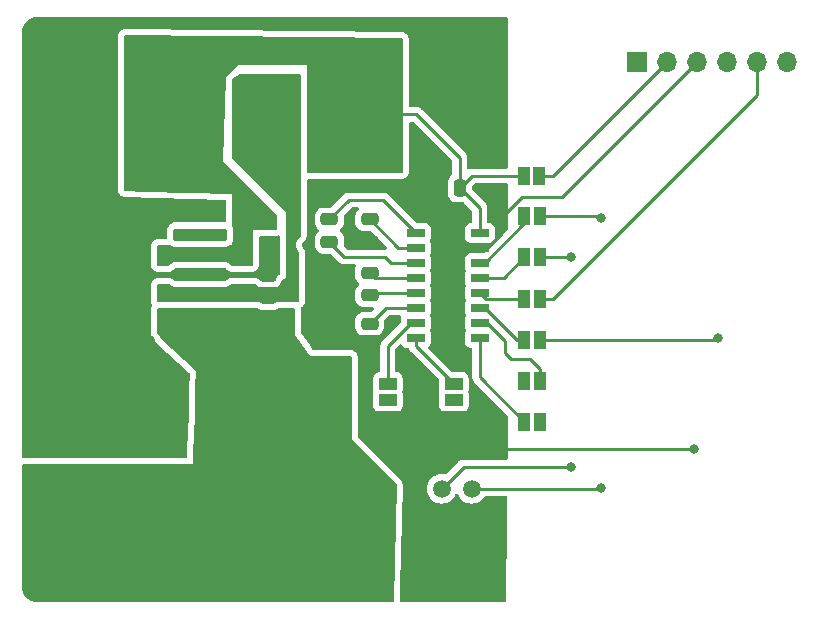
<source format=gbr>
%TF.GenerationSoftware,KiCad,Pcbnew,(7.0.0)*%
%TF.CreationDate,2024-02-26T20:32:27-08:00*%
%TF.ProjectId,Blutooth_Serial,426c7574-6f6f-4746-985f-53657269616c,rev?*%
%TF.SameCoordinates,Original*%
%TF.FileFunction,Copper,L1,Top*%
%TF.FilePolarity,Positive*%
%FSLAX46Y46*%
G04 Gerber Fmt 4.6, Leading zero omitted, Abs format (unit mm)*
G04 Created by KiCad (PCBNEW (7.0.0)) date 2024-02-26 20:32:27*
%MOMM*%
%LPD*%
G01*
G04 APERTURE LIST*
G04 Aperture macros list*
%AMRoundRect*
0 Rectangle with rounded corners*
0 $1 Rounding radius*
0 $2 $3 $4 $5 $6 $7 $8 $9 X,Y pos of 4 corners*
0 Add a 4 corners polygon primitive as box body*
4,1,4,$2,$3,$4,$5,$6,$7,$8,$9,$2,$3,0*
0 Add four circle primitives for the rounded corners*
1,1,$1+$1,$2,$3*
1,1,$1+$1,$4,$5*
1,1,$1+$1,$6,$7*
1,1,$1+$1,$8,$9*
0 Add four rect primitives between the rounded corners*
20,1,$1+$1,$2,$3,$4,$5,0*
20,1,$1+$1,$4,$5,$6,$7,0*
20,1,$1+$1,$6,$7,$8,$9,0*
20,1,$1+$1,$8,$9,$2,$3,0*%
G04 Aperture macros list end*
%TA.AperFunction,SMDPad,CuDef*%
%ADD10RoundRect,0.243750X0.456250X-0.243750X0.456250X0.243750X-0.456250X0.243750X-0.456250X-0.243750X0*%
%TD*%
%TA.AperFunction,ComponentPad*%
%ADD11C,1.509000*%
%TD*%
%TA.AperFunction,SMDPad,CuDef*%
%ADD12RoundRect,0.250000X2.050000X0.300000X-2.050000X0.300000X-2.050000X-0.300000X2.050000X-0.300000X0*%
%TD*%
%TA.AperFunction,SMDPad,CuDef*%
%ADD13RoundRect,0.250000X2.025000X2.375000X-2.025000X2.375000X-2.025000X-2.375000X2.025000X-2.375000X0*%
%TD*%
%TA.AperFunction,SMDPad,CuDef*%
%ADD14RoundRect,0.250002X4.449998X5.149998X-4.449998X5.149998X-4.449998X-5.149998X4.449998X-5.149998X0*%
%TD*%
%TA.AperFunction,SMDPad,CuDef*%
%ADD15R,1.700000X3.600000*%
%TD*%
%TA.AperFunction,SMDPad,CuDef*%
%ADD16R,2.800000X6.800000*%
%TD*%
%TA.AperFunction,SMDPad,CuDef*%
%ADD17R,5.650000X2.350000*%
%TD*%
%TA.AperFunction,SMDPad,CuDef*%
%ADD18RoundRect,0.250000X-0.475000X0.250000X-0.475000X-0.250000X0.475000X-0.250000X0.475000X0.250000X0*%
%TD*%
%TA.AperFunction,SMDPad,CuDef*%
%ADD19RoundRect,0.250000X0.250000X0.475000X-0.250000X0.475000X-0.250000X-0.475000X0.250000X-0.475000X0*%
%TD*%
%TA.AperFunction,ComponentPad*%
%ADD20R,1.700000X1.700000*%
%TD*%
%TA.AperFunction,ComponentPad*%
%ADD21O,1.700000X1.700000*%
%TD*%
%TA.AperFunction,SMDPad,CuDef*%
%ADD22R,1.000000X1.500000*%
%TD*%
%TA.AperFunction,SMDPad,CuDef*%
%ADD23R,1.500000X1.000000*%
%TD*%
%TA.AperFunction,SMDPad,CuDef*%
%ADD24R,1.525000X0.650000*%
%TD*%
%TA.AperFunction,SMDPad,CuDef*%
%ADD25R,3.000000X5.494000*%
%TD*%
%TA.AperFunction,ViaPad*%
%ADD26C,0.800000*%
%TD*%
%TA.AperFunction,Conductor*%
%ADD27C,0.250000*%
%TD*%
%TA.AperFunction,Conductor*%
%ADD28C,0.400000*%
%TD*%
G04 APERTURE END LIST*
D10*
%TO.P,D1,1,K*%
%TO.N,Net-(D1-K)*%
X65278000Y-86027500D03*
%TO.P,D1,2,A*%
%TO.N,GND*%
X65278000Y-84152500D03*
%TD*%
D11*
%TO.P,J1,1,Pin_1*%
%TO.N,+24V*%
X74930000Y-102175000D03*
%TO.P,J1,2,Pin_2*%
%TO.N,GND*%
X77470000Y-102175000D03*
%TO.P,J1,3,Pin_3*%
%TO.N,Net-(J1-Pin_3)*%
X80010000Y-102175000D03*
%TO.P,J1,4,Pin_4*%
%TO.N,Net-(J1-Pin_4)*%
X82550000Y-102175000D03*
%TD*%
D12*
%TO.P,U1,1,VIN*%
%TO.N,+24V*%
X59557000Y-87455000D03*
%TO.P,U1,2,OUT*%
%TO.N,Net-(D1-K)*%
X59557000Y-85755000D03*
%TO.P,U1,3,GND*%
%TO.N,GND*%
X59557000Y-84055000D03*
D13*
X52832000Y-86830000D03*
X52832000Y-81280000D03*
D14*
X50407000Y-84055000D03*
D13*
X47982000Y-86830000D03*
X47982000Y-81280000D03*
D12*
%TO.P,U1,4,FB*%
%TO.N,5V*%
X59557000Y-82355000D03*
%TO.P,U1,5,~{ON}/OFF*%
%TO.N,unconnected-(U1-~{ON}{slash}OFF-Pad5)*%
X59557000Y-80655000D03*
%TD*%
D15*
%TO.P,C7,1*%
%TO.N,+24V*%
X53284999Y-106679999D03*
D16*
X55534999Y-106979999D03*
D15*
X57784999Y-106679999D03*
%TO.P,C7,2*%
%TO.N,GND*%
X53284999Y-94679999D03*
D16*
X55534999Y-94379999D03*
D15*
X57784999Y-94679999D03*
%TD*%
D17*
%TO.P,C1,1*%
%TO.N,5V*%
X58189999Y-70484999D03*
%TO.P,C1,2*%
%TO.N,GND*%
X48489999Y-70484999D03*
%TD*%
D18*
%TO.P,C3,1*%
%TO.N,Net-(U2-C1+)*%
X70485000Y-79380000D03*
%TO.P,C3,2*%
%TO.N,Net-(U2-C1-)*%
X70485000Y-81280000D03*
%TD*%
%TO.P,C4,1*%
%TO.N,Net-(U2-VS+)*%
X73914000Y-79380000D03*
%TO.P,C4,2*%
%TO.N,GND*%
X73914000Y-81280000D03*
%TD*%
%TO.P,C5,1*%
%TO.N,Net-(U2-C2+)*%
X73914000Y-83886000D03*
%TO.P,C5,2*%
%TO.N,Net-(U2-C2-)*%
X73914000Y-85786000D03*
%TD*%
%TO.P,C6,1*%
%TO.N,Net-(U2-VS-)*%
X73914000Y-88204000D03*
%TO.P,C6,2*%
%TO.N,GND*%
X73914000Y-90104000D03*
%TD*%
D19*
%TO.P,C2,1*%
%TO.N,5V*%
X81534000Y-76708000D03*
%TO.P,C2,2*%
%TO.N,GND*%
X79634000Y-76708000D03*
%TD*%
D20*
%TO.P,IC1,1,EN*%
%TO.N,unconnected-(IC1-EN-Pad1)*%
X96519999Y-66039999D03*
D21*
%TO.P,IC1,2,Vcc*%
%TO.N,Net-(IC1-Vcc)*%
X99059999Y-66039999D03*
%TO.P,IC1,3,GND*%
%TO.N,GND*%
X101599999Y-66039999D03*
%TO.P,IC1,4,TXD*%
%TO.N,T1IN*%
X104139999Y-66039999D03*
%TO.P,IC1,5,RXD*%
%TO.N,R1OUT*%
X106679999Y-66039999D03*
%TO.P,IC1,6,STATE*%
%TO.N,unconnected-(IC1-STATE-Pad6)*%
X109219999Y-66039999D03*
%TD*%
D22*
%TO.P,JP2,1,A*%
%TO.N,Net-(JP2-A)*%
X87009999Y-79120999D03*
%TO.P,JP2,2,B*%
%TO.N,Net-(J1-Pin_4)*%
X88309999Y-79120999D03*
%TD*%
D23*
%TO.P,JP7,1,A*%
%TO.N,Net-(JP7-A)*%
X75437999Y-93329999D03*
%TO.P,JP7,2,B*%
%TO.N,unconnected-(JP7-B-Pad2)*%
X75437999Y-94629999D03*
%TD*%
D22*
%TO.P,JP3,1,A*%
%TO.N,Net-(JP3-A)*%
X87009999Y-82600799D03*
%TO.P,JP3,2,B*%
%TO.N,Net-(J1-Pin_3)*%
X88309999Y-82600799D03*
%TD*%
D23*
%TO.P,JP8,1,A*%
%TO.N,Net-(JP8-A)*%
X81025999Y-93329999D03*
%TO.P,JP8,2,B*%
%TO.N,unconnected-(JP8-B-Pad2)*%
X81025999Y-94629999D03*
%TD*%
D22*
%TO.P,JP5,1,A*%
%TO.N,T1IN*%
X88309999Y-89560399D03*
%TO.P,JP5,2,B*%
%TO.N,Net-(JP5-B)*%
X87009999Y-89560399D03*
%TD*%
%TO.P,JP6,1,A*%
%TO.N,unconnected-(JP6-A-Pad1)*%
X87009999Y-93040199D03*
%TO.P,JP6,2,B*%
%TO.N,Net-(JP6-B)*%
X88309999Y-93040199D03*
%TD*%
%TO.P,JP4,1,A*%
%TO.N,R1OUT*%
X88309999Y-86080599D03*
%TO.P,JP4,2,B*%
%TO.N,Net-(JP4-B)*%
X87009999Y-86080599D03*
%TD*%
%TO.P,JP9,1,A*%
%TO.N,unconnected-(JP9-A-Pad1)*%
X88309999Y-96519999D03*
%TO.P,JP9,2,B*%
%TO.N,Net-(JP9-B)*%
X87009999Y-96519999D03*
%TD*%
%TO.P,JP1,1,A*%
%TO.N,5V*%
X86979999Y-75691999D03*
%TO.P,JP1,2,B*%
%TO.N,Net-(IC1-Vcc)*%
X88279999Y-75691999D03*
%TD*%
D24*
%TO.P,U2,1,C1+*%
%TO.N,Net-(U2-C1+)*%
X77805999Y-80517999D03*
%TO.P,U2,2,VS+*%
%TO.N,Net-(U2-VS+)*%
X77805999Y-81787999D03*
%TO.P,U2,3,C1-*%
%TO.N,Net-(U2-C1-)*%
X77805999Y-83057999D03*
%TO.P,U2,4,C2+*%
%TO.N,Net-(U2-C2+)*%
X77805999Y-84327999D03*
%TO.P,U2,5,C2-*%
%TO.N,Net-(U2-C2-)*%
X77805999Y-85597999D03*
%TO.P,U2,6,VS-*%
%TO.N,Net-(U2-VS-)*%
X77805999Y-86867999D03*
%TO.P,U2,7,T2OUT*%
%TO.N,Net-(JP7-A)*%
X77805999Y-88137999D03*
%TO.P,U2,8,R2IN*%
%TO.N,Net-(JP8-A)*%
X77805999Y-89407999D03*
%TO.P,U2,9,R2OUT*%
%TO.N,Net-(JP9-B)*%
X83229999Y-89407999D03*
%TO.P,U2,10,T2IN*%
%TO.N,Net-(JP6-B)*%
X83229999Y-88137999D03*
%TO.P,U2,11,T1IN*%
%TO.N,Net-(JP5-B)*%
X83229999Y-86867999D03*
%TO.P,U2,12,R1OUT*%
%TO.N,Net-(JP4-B)*%
X83229999Y-85597999D03*
%TO.P,U2,13,R1IN*%
%TO.N,Net-(JP3-A)*%
X83229999Y-84327999D03*
%TO.P,U2,14,T1OUT*%
%TO.N,Net-(JP2-A)*%
X83229999Y-83057999D03*
%TO.P,U2,15,GND*%
%TO.N,GND*%
X83229999Y-81787999D03*
%TO.P,U2,16,VCC*%
%TO.N,5V*%
X83229999Y-80517999D03*
%TD*%
D25*
%TO.P,L1,1,1*%
%TO.N,Net-(D1-K)*%
X64294999Y-70484999D03*
%TO.P,L1,2,2*%
%TO.N,5V*%
X74294999Y-70484999D03*
%TD*%
D26*
%TO.N,GND*%
X73406000Y-96520000D03*
X83058000Y-98806000D03*
X55626000Y-99060000D03*
X53848000Y-87884000D03*
X51308000Y-87884000D03*
X49276000Y-87884000D03*
X46990000Y-87884000D03*
X46990000Y-84074000D03*
X49022000Y-84074000D03*
X51308000Y-84074000D03*
X54102000Y-83820000D03*
X53848000Y-80264000D03*
X51308000Y-80264000D03*
X49022000Y-80264000D03*
X46990000Y-80264000D03*
X101346000Y-98806000D03*
X68580000Y-81534000D03*
X65786000Y-81534000D03*
X77724000Y-76708000D03*
X72390000Y-81534000D03*
%TO.N,Net-(J1-Pin_3)*%
X90932000Y-82550000D03*
%TO.N,Net-(J1-Pin_4)*%
X93472000Y-79248000D03*
X93472000Y-102108000D03*
%TO.N,Net-(J1-Pin_3)*%
X90932000Y-100330000D03*
%TO.N,GND*%
X85090000Y-80010000D03*
%TO.N,T1IN*%
X103378000Y-89408000D03*
%TD*%
D27*
%TO.N,GND*%
X73406000Y-96520000D02*
X73406000Y-98111000D01*
X83058000Y-98806000D02*
X101346000Y-98806000D01*
X85090000Y-80518000D02*
X85090000Y-80010000D01*
X83820000Y-81788000D02*
X85090000Y-80518000D01*
X83230000Y-81788000D02*
X83820000Y-81788000D01*
X55535000Y-98969000D02*
X55626000Y-99060000D01*
X55535000Y-94380000D02*
X55535000Y-98969000D01*
X53886000Y-87884000D02*
X55535000Y-89533000D01*
X53848000Y-87884000D02*
X53886000Y-87884000D01*
X53848000Y-87846000D02*
X53848000Y-87884000D01*
X51327000Y-84055000D02*
X53867000Y-84055000D01*
X51308000Y-84074000D02*
X51327000Y-84055000D01*
X51289000Y-84055000D02*
X51308000Y-84074000D01*
X54337000Y-84055000D02*
X59557000Y-84055000D01*
X54102000Y-83820000D02*
X54337000Y-84055000D01*
X53867000Y-84055000D02*
X54102000Y-83820000D01*
X80839000Y-98806000D02*
X83058000Y-98806000D01*
X77470000Y-102175000D02*
X80839000Y-98806000D01*
X85090000Y-79141000D02*
X85090000Y-80010000D01*
X86761000Y-77470000D02*
X85090000Y-79141000D01*
X90170000Y-77470000D02*
X86761000Y-77470000D01*
X101600000Y-66040000D02*
X90170000Y-77470000D01*
X69276000Y-90104000D02*
X73914000Y-90104000D01*
X68580000Y-89408000D02*
X69276000Y-90104000D01*
X68580000Y-81534000D02*
X68580000Y-89408000D01*
%TO.N,5V*%
X77851000Y-70485000D02*
X81534000Y-74168000D01*
X74295000Y-70485000D02*
X77851000Y-70485000D01*
X81534000Y-74168000D02*
X81534000Y-76708000D01*
X62635000Y-66040000D02*
X58190000Y-70485000D01*
X69850000Y-66040000D02*
X62635000Y-66040000D01*
X74295000Y-70485000D02*
X69850000Y-66040000D01*
D28*
%TO.N,+24V*%
X60452000Y-100563000D02*
X58840000Y-102175000D01*
X59557000Y-87455000D02*
X60452000Y-88350000D01*
X60452000Y-88350000D02*
X60452000Y-100563000D01*
D27*
%TO.N,GND*%
X59654500Y-84152500D02*
X59557000Y-84055000D01*
X65278000Y-84152500D02*
X59654500Y-84152500D01*
X65278000Y-82042000D02*
X65786000Y-81534000D01*
X65278000Y-84152500D02*
X65278000Y-82042000D01*
X77724000Y-76708000D02*
X79634000Y-76708000D01*
X73660000Y-81534000D02*
X72390000Y-81534000D01*
X73914000Y-81280000D02*
X73660000Y-81534000D01*
X73406000Y-98111000D02*
X77470000Y-102175000D01*
X73406000Y-90612000D02*
X73406000Y-96520000D01*
X73914000Y-90104000D02*
X73406000Y-90612000D01*
X55535000Y-94380000D02*
X55535000Y-93630000D01*
X55535000Y-89533000D02*
X55535000Y-94380000D01*
X52832000Y-86830000D02*
X53848000Y-87846000D01*
X50407000Y-84055000D02*
X51289000Y-84055000D01*
X48490000Y-70485000D02*
X48490000Y-80772000D01*
X48490000Y-80772000D02*
X47982000Y-81280000D01*
%TO.N,Net-(J1-Pin_3)*%
X90881200Y-82600800D02*
X88310000Y-82600800D01*
X90932000Y-82550000D02*
X90881200Y-82600800D01*
%TO.N,Net-(J1-Pin_4)*%
X88310000Y-79121000D02*
X93345000Y-79121000D01*
X93345000Y-79121000D02*
X93472000Y-79248000D01*
%TO.N,Net-(J1-Pin_3)*%
X81855000Y-100330000D02*
X90932000Y-100330000D01*
X80010000Y-102175000D02*
X81855000Y-100330000D01*
%TO.N,Net-(J1-Pin_4)*%
X93405000Y-102175000D02*
X93472000Y-102108000D01*
X82550000Y-102175000D02*
X93405000Y-102175000D01*
%TO.N,T1IN*%
X103225600Y-89560400D02*
X103378000Y-89408000D01*
X88310000Y-89560400D02*
X103225600Y-89560400D01*
%TO.N,R1OUT*%
X106680000Y-68834000D02*
X106680000Y-66040000D01*
X89433400Y-86080600D02*
X106680000Y-68834000D01*
X88310000Y-86080600D02*
X89433400Y-86080600D01*
%TO.N,Net-(IC1-Vcc)*%
X88280000Y-75692000D02*
X89408000Y-75692000D01*
X89408000Y-75692000D02*
X99060000Y-66040000D01*
%TO.N,5V*%
X82550000Y-75692000D02*
X81534000Y-76708000D01*
X86980000Y-75692000D02*
X82550000Y-75692000D01*
X83230000Y-80518000D02*
X83230000Y-78404000D01*
X83230000Y-78404000D02*
X81534000Y-76708000D01*
%TO.N,Net-(JP2-A)*%
X87010000Y-79715500D02*
X87010000Y-79121000D01*
X83667500Y-83058000D02*
X87010000Y-79715500D01*
X83230000Y-83058000D02*
X83667500Y-83058000D01*
%TO.N,Net-(JP3-A)*%
X83230000Y-84328000D02*
X85282800Y-84328000D01*
X85282800Y-84328000D02*
X87010000Y-82600800D01*
%TO.N,Net-(JP5-B)*%
X83697500Y-86868000D02*
X86389900Y-89560400D01*
X83230000Y-86868000D02*
X83697500Y-86868000D01*
X86389900Y-89560400D02*
X87010000Y-89560400D01*
%TO.N,Net-(JP4-B)*%
X83712600Y-86080600D02*
X83230000Y-85598000D01*
X87010000Y-86080600D02*
X83712600Y-86080600D01*
%TO.N,Net-(JP6-B)*%
X85852000Y-91186000D02*
X87455800Y-91186000D01*
X87455800Y-91186000D02*
X88310000Y-92040200D01*
X85344000Y-90678000D02*
X85852000Y-91186000D01*
X85344000Y-89662000D02*
X85344000Y-90678000D01*
X88310000Y-92040200D02*
X88310000Y-93040200D01*
X83820000Y-88138000D02*
X85344000Y-89662000D01*
X83230000Y-88138000D02*
X83820000Y-88138000D01*
%TO.N,Net-(JP9-B)*%
X83230000Y-89408000D02*
X83230000Y-92740000D01*
X83230000Y-92740000D02*
X87010000Y-96520000D01*
%TO.N,Net-(JP8-A)*%
X77806000Y-90110000D02*
X81026000Y-93330000D01*
X77806000Y-89408000D02*
X77806000Y-90110000D01*
%TO.N,Net-(JP7-A)*%
X75438000Y-90068500D02*
X75438000Y-93330000D01*
X77368500Y-88138000D02*
X75438000Y-90068500D01*
X77806000Y-88138000D02*
X77368500Y-88138000D01*
%TO.N,Net-(U2-VS-)*%
X75250000Y-86868000D02*
X77806000Y-86868000D01*
X73914000Y-88204000D02*
X75250000Y-86868000D01*
%TO.N,Net-(U2-C2-)*%
X74102000Y-85598000D02*
X77806000Y-85598000D01*
X73914000Y-85786000D02*
X74102000Y-85598000D01*
%TO.N,Net-(U2-C2+)*%
X74356000Y-84328000D02*
X77806000Y-84328000D01*
X73914000Y-83886000D02*
X74356000Y-84328000D01*
%TO.N,Net-(U2-C1-)*%
X75184000Y-82550000D02*
X75692000Y-83058000D01*
X71755000Y-82550000D02*
X75184000Y-82550000D01*
X75692000Y-83058000D02*
X77806000Y-83058000D01*
X70485000Y-81280000D02*
X71755000Y-82550000D01*
%TO.N,Net-(U2-VS+)*%
X76322000Y-81788000D02*
X77806000Y-81788000D01*
X73914000Y-79380000D02*
X76322000Y-81788000D01*
%TO.N,Net-(U2-C1+)*%
X75012000Y-77724000D02*
X77806000Y-80518000D01*
X72141000Y-77724000D02*
X75012000Y-77724000D01*
X70485000Y-79380000D02*
X72141000Y-77724000D01*
%TO.N,Net-(D1-K)*%
X67310000Y-83995500D02*
X65278000Y-86027500D01*
X67310000Y-76708000D02*
X67310000Y-83995500D01*
X64295000Y-73693000D02*
X67310000Y-76708000D01*
X64295000Y-70485000D02*
X64295000Y-73693000D01*
%TO.N,5V*%
X58190000Y-72668000D02*
X58190000Y-70485000D01*
X63754000Y-81280000D02*
X63754000Y-78232000D01*
X62679000Y-82355000D02*
X63754000Y-81280000D01*
X63754000Y-78232000D02*
X58190000Y-72668000D01*
X59557000Y-82355000D02*
X62679000Y-82355000D01*
%TO.N,Net-(D1-K)*%
X65005500Y-85755000D02*
X65278000Y-86027500D01*
X59557000Y-85755000D02*
X65005500Y-85755000D01*
D28*
%TO.N,+24V*%
X58840000Y-102175000D02*
X74930000Y-102175000D01*
X55535000Y-105480000D02*
X58840000Y-102175000D01*
X55535000Y-106980000D02*
X55535000Y-105480000D01*
%TD*%
%TA.AperFunction,Conductor*%
%TO.N,+24V*%
G36*
X64401474Y-86886460D02*
G01*
X64505075Y-86950362D01*
X64670225Y-87005087D01*
X64772152Y-87015500D01*
X65780699Y-87015500D01*
X65783848Y-87015500D01*
X65885775Y-87005087D01*
X66050925Y-86950362D01*
X66154525Y-86886460D01*
X66219620Y-86868000D01*
X67440000Y-86868000D01*
X67502000Y-86884613D01*
X67547387Y-86930000D01*
X67564000Y-86992000D01*
X67564000Y-89154000D01*
X68834000Y-90932000D01*
X72266000Y-90932000D01*
X72328000Y-90948613D01*
X72373387Y-90994000D01*
X72390000Y-91056000D01*
X72390000Y-98044000D01*
X72400073Y-98052730D01*
X72400074Y-98052731D01*
X72891377Y-98478527D01*
X72905434Y-98493369D01*
X72907830Y-98497420D01*
X72913344Y-98502934D01*
X72921990Y-98511580D01*
X72934626Y-98526374D01*
X72941819Y-98536275D01*
X72941823Y-98536279D01*
X72946406Y-98542587D01*
X72952415Y-98547558D01*
X72952416Y-98547559D01*
X72980058Y-98570426D01*
X72988699Y-98578289D01*
X76152890Y-101742481D01*
X76180290Y-101783985D01*
X76189178Y-101832917D01*
X75971283Y-111638255D01*
X75953771Y-111699084D01*
X75908517Y-111743343D01*
X75847314Y-111759500D01*
X45724877Y-111759500D01*
X45715147Y-111759118D01*
X45710829Y-111758778D01*
X45663562Y-111755057D01*
X45662487Y-111754967D01*
X45522430Y-111742714D01*
X45504290Y-111739760D01*
X45425589Y-111720866D01*
X45422442Y-111720067D01*
X45317205Y-111691868D01*
X45301848Y-111686655D01*
X45221531Y-111653388D01*
X45216577Y-111651208D01*
X45123224Y-111607676D01*
X45110852Y-111601028D01*
X45063554Y-111572044D01*
X45034845Y-111554451D01*
X45028513Y-111550299D01*
X44993624Y-111525869D01*
X44945839Y-111492410D01*
X44936442Y-111485135D01*
X44868023Y-111426699D01*
X44860874Y-111420090D01*
X44789908Y-111349124D01*
X44783299Y-111341975D01*
X44762545Y-111317675D01*
X44724860Y-111273551D01*
X44717594Y-111264166D01*
X44659694Y-111181477D01*
X44655547Y-111175153D01*
X44608963Y-111099135D01*
X44602329Y-111086788D01*
X44558770Y-110993376D01*
X44556622Y-110988496D01*
X44523343Y-110908150D01*
X44518130Y-110892793D01*
X44489910Y-110787476D01*
X44489153Y-110784494D01*
X44470236Y-110705698D01*
X44467285Y-110687579D01*
X44455008Y-110547244D01*
X44454957Y-110546632D01*
X44450882Y-110494853D01*
X44450500Y-110485126D01*
X44450500Y-100200000D01*
X44467113Y-100138000D01*
X44512500Y-100092613D01*
X44574500Y-100076000D01*
X58912015Y-100076000D01*
X58928000Y-100076000D01*
X59033004Y-96820850D01*
X59039932Y-96783805D01*
X59057669Y-96750552D01*
X59078796Y-96722331D01*
X59129091Y-96587483D01*
X59135500Y-96527873D01*
X59135499Y-93645523D01*
X59135563Y-93641539D01*
X59182000Y-92202000D01*
X56178979Y-89429980D01*
X56156624Y-89402439D01*
X56145691Y-89376198D01*
X56145664Y-89376209D01*
X56145664Y-89376208D01*
X56129582Y-89335591D01*
X56125803Y-89324551D01*
X56115795Y-89290102D01*
X56115793Y-89290099D01*
X56113618Y-89282610D01*
X56109647Y-89275896D01*
X56109645Y-89275891D01*
X56103421Y-89265368D01*
X56094858Y-89247890D01*
X56087486Y-89229268D01*
X56082902Y-89222959D01*
X56082899Y-89222953D01*
X56061817Y-89193937D01*
X56055401Y-89184170D01*
X56037143Y-89153296D01*
X56037140Y-89153292D01*
X56033170Y-89146579D01*
X56019006Y-89132415D01*
X56006368Y-89117618D01*
X55999184Y-89107729D01*
X55999178Y-89107723D01*
X55994594Y-89101413D01*
X55960946Y-89073577D01*
X55952305Y-89065714D01*
X55916319Y-89029728D01*
X55889439Y-88989500D01*
X55880000Y-88942047D01*
X55880000Y-86992000D01*
X55896613Y-86930000D01*
X55942000Y-86884613D01*
X56004000Y-86868000D01*
X64336380Y-86868000D01*
X64401474Y-86886460D01*
G37*
%TD.AperFunction*%
%TD*%
%TA.AperFunction,Conductor*%
%TO.N,Net-(D1-K)*%
G36*
X68010000Y-67072613D02*
G01*
X68055387Y-67118000D01*
X68072000Y-67180000D01*
X68072000Y-80726824D01*
X68058485Y-80783119D01*
X68020885Y-80827142D01*
X67979388Y-80857290D01*
X67979381Y-80857295D01*
X67974129Y-80861112D01*
X67969784Y-80865937D01*
X67969779Y-80865942D01*
X67851813Y-80996956D01*
X67851808Y-80996962D01*
X67847467Y-81001784D01*
X67844222Y-81007404D01*
X67844218Y-81007410D01*
X67756069Y-81160089D01*
X67756066Y-81160094D01*
X67752821Y-81165716D01*
X67750815Y-81171888D01*
X67750813Y-81171894D01*
X67696333Y-81339564D01*
X67696331Y-81339573D01*
X67694326Y-81345744D01*
X67693648Y-81352194D01*
X67693646Y-81352204D01*
X67686137Y-81423656D01*
X67674540Y-81534000D01*
X67675219Y-81540460D01*
X67693646Y-81715795D01*
X67693647Y-81715803D01*
X67694326Y-81722256D01*
X67696331Y-81728428D01*
X67696333Y-81728435D01*
X67722806Y-81809908D01*
X67752821Y-81902284D01*
X67847467Y-82066216D01*
X67851811Y-82071041D01*
X67851813Y-82071043D01*
X67922650Y-82149715D01*
X67946264Y-82188249D01*
X67954500Y-82232687D01*
X67954500Y-86236000D01*
X67937887Y-86298000D01*
X67892500Y-86343387D01*
X67830500Y-86360000D01*
X56004000Y-86360000D01*
X55942000Y-86343387D01*
X55896613Y-86298000D01*
X55880000Y-86236000D01*
X55880000Y-84960000D01*
X55896613Y-84898000D01*
X55942000Y-84852613D01*
X56004000Y-84836000D01*
X56875270Y-84836000D01*
X56922723Y-84845439D01*
X56962951Y-84872319D01*
X57038344Y-84947712D01*
X57044485Y-84951500D01*
X57044488Y-84951502D01*
X57058266Y-84960000D01*
X57187666Y-85039814D01*
X57354203Y-85094999D01*
X57456991Y-85105500D01*
X61657008Y-85105499D01*
X61759797Y-85094999D01*
X61926334Y-85039814D01*
X62075656Y-84947712D01*
X62151049Y-84872319D01*
X62191277Y-84845439D01*
X62238730Y-84836000D01*
X64157609Y-84836000D01*
X64205062Y-84845439D01*
X64245290Y-84872319D01*
X64356997Y-84984026D01*
X64505075Y-85075362D01*
X64670225Y-85130087D01*
X64772152Y-85140500D01*
X65780699Y-85140500D01*
X65783848Y-85140500D01*
X65885775Y-85130087D01*
X66050925Y-85075362D01*
X66199003Y-84984026D01*
X66322026Y-84861003D01*
X66413362Y-84712925D01*
X66468087Y-84547775D01*
X66468330Y-84545394D01*
X66490644Y-84497366D01*
X66533220Y-84462389D01*
X66802000Y-84328000D01*
X66802000Y-78740000D01*
X62266318Y-74204318D01*
X62239439Y-74164091D01*
X62230000Y-74116638D01*
X62230000Y-67630363D01*
X62244672Y-67571853D01*
X62285217Y-67527189D01*
X62960761Y-67076826D01*
X62993611Y-67061321D01*
X63029544Y-67056000D01*
X67948000Y-67056000D01*
X68010000Y-67072613D01*
G37*
%TD.AperFunction*%
%TD*%
%TA.AperFunction,Conductor*%
%TO.N,5V*%
G36*
X76585333Y-64006681D02*
G01*
X76646768Y-64023734D01*
X76691609Y-64069059D01*
X76708000Y-64130674D01*
X76708000Y-75314000D01*
X76691387Y-75376000D01*
X76646000Y-75421387D01*
X76584000Y-75438000D01*
X68704000Y-75438000D01*
X68642000Y-75421387D01*
X68596613Y-75376000D01*
X68580000Y-75314000D01*
X68580000Y-66310326D01*
X68580000Y-66294000D01*
X68563674Y-66294000D01*
X62750211Y-66294000D01*
X62738000Y-66294000D01*
X62729364Y-66302635D01*
X62729361Y-66302638D01*
X61730242Y-67301757D01*
X61730239Y-67301760D01*
X61722000Y-67310000D01*
X61721584Y-67321644D01*
X61721584Y-67321645D01*
X61468455Y-74409238D01*
X61468455Y-74409241D01*
X61468000Y-74422000D01*
X61477032Y-74431032D01*
X66003681Y-78957681D01*
X66030561Y-78997909D01*
X66040000Y-79045362D01*
X66040000Y-80140000D01*
X66023387Y-80202000D01*
X65978000Y-80247387D01*
X65916000Y-80264000D01*
X64008000Y-80264000D01*
X64008000Y-80280326D01*
X64008000Y-83188000D01*
X63991387Y-83250000D01*
X63946000Y-83295387D01*
X63884000Y-83312000D01*
X62276730Y-83312000D01*
X62229277Y-83302561D01*
X62189049Y-83275681D01*
X62080761Y-83167393D01*
X62075656Y-83162288D01*
X62069515Y-83158500D01*
X62069511Y-83158497D01*
X61932480Y-83073977D01*
X61926334Y-83070186D01*
X61759797Y-83015001D01*
X61753064Y-83014313D01*
X61753059Y-83014312D01*
X61660140Y-83004819D01*
X61660123Y-83004818D01*
X61657009Y-83004500D01*
X61653860Y-83004500D01*
X57460140Y-83004500D01*
X57460120Y-83004500D01*
X57456992Y-83004501D01*
X57453860Y-83004820D01*
X57453858Y-83004821D01*
X57360938Y-83014312D01*
X57360928Y-83014313D01*
X57354203Y-83015001D01*
X57347781Y-83017128D01*
X57347776Y-83017130D01*
X57194521Y-83067914D01*
X57194517Y-83067915D01*
X57187666Y-83070186D01*
X57181522Y-83073975D01*
X57181519Y-83073977D01*
X57044488Y-83158497D01*
X57044480Y-83158503D01*
X57038344Y-83162288D01*
X57033242Y-83167389D01*
X57033238Y-83167393D01*
X56924951Y-83275681D01*
X56884723Y-83302561D01*
X56837270Y-83312000D01*
X56004000Y-83312000D01*
X55942000Y-83295387D01*
X55896613Y-83250000D01*
X55880000Y-83188000D01*
X55880000Y-81658000D01*
X55896613Y-81596000D01*
X55942000Y-81550613D01*
X56004000Y-81534000D01*
X56980947Y-81534000D01*
X57046043Y-81552461D01*
X57187666Y-81639814D01*
X57354203Y-81694999D01*
X57456991Y-81705500D01*
X61657008Y-81705499D01*
X61759797Y-81694999D01*
X61926334Y-81639814D01*
X62067956Y-81552461D01*
X62133053Y-81534000D01*
X62213674Y-81534000D01*
X62230000Y-81534000D01*
X62230000Y-81409718D01*
X62248461Y-81344622D01*
X62288021Y-81280483D01*
X62291814Y-81274334D01*
X62346999Y-81107797D01*
X62357500Y-81005009D01*
X62357499Y-80304992D01*
X62346999Y-80202203D01*
X62291814Y-80035666D01*
X62288021Y-80029516D01*
X62248461Y-79965378D01*
X62230000Y-79900282D01*
X62230000Y-77232035D01*
X62230000Y-77216000D01*
X62213976Y-77215554D01*
X62213973Y-77215554D01*
X54957999Y-77013999D01*
X53206556Y-76965348D01*
X53146023Y-76947618D01*
X53102044Y-76902400D01*
X53086000Y-76841397D01*
X53086000Y-63879341D01*
X53102836Y-63816957D01*
X53148771Y-63771512D01*
X53211333Y-63755348D01*
X76585333Y-64006681D01*
G37*
%TD.AperFunction*%
%TD*%
%TA.AperFunction,Conductor*%
%TO.N,GND*%
G36*
X72915065Y-78363015D02*
G01*
X72959088Y-78400615D01*
X72981243Y-78454102D01*
X72976701Y-78511818D01*
X72946451Y-78561181D01*
X72851393Y-78656238D01*
X72851389Y-78656242D01*
X72846288Y-78661344D01*
X72842503Y-78667480D01*
X72842497Y-78667488D01*
X72757977Y-78804519D01*
X72754186Y-78810666D01*
X72751915Y-78817517D01*
X72751914Y-78817521D01*
X72710195Y-78943421D01*
X72699001Y-78977203D01*
X72698313Y-78983933D01*
X72698312Y-78983940D01*
X72688819Y-79076859D01*
X72688818Y-79076877D01*
X72688500Y-79079991D01*
X72688500Y-79083138D01*
X72688500Y-79083139D01*
X72688500Y-79676858D01*
X72688500Y-79676877D01*
X72688501Y-79680008D01*
X72688820Y-79683140D01*
X72688821Y-79683141D01*
X72698312Y-79776061D01*
X72698313Y-79776069D01*
X72699001Y-79782797D01*
X72754186Y-79949334D01*
X72757977Y-79955480D01*
X72842497Y-80092511D01*
X72842500Y-80092515D01*
X72846288Y-80098656D01*
X72970344Y-80222712D01*
X72976485Y-80226500D01*
X72976488Y-80226502D01*
X72996751Y-80239000D01*
X73119666Y-80314814D01*
X73286203Y-80369999D01*
X73388991Y-80380500D01*
X73978547Y-80380499D01*
X74026000Y-80389938D01*
X74066228Y-80416818D01*
X75363894Y-81714485D01*
X75395069Y-81766822D01*
X75397558Y-81827690D01*
X75370759Y-81882398D01*
X75321141Y-81917741D01*
X75264073Y-81924770D01*
X75263019Y-81924500D01*
X75255222Y-81924500D01*
X75242983Y-81924500D01*
X75223597Y-81922974D01*
X75203804Y-81919840D01*
X75196038Y-81920574D01*
X75196035Y-81920574D01*
X75160324Y-81923950D01*
X75148655Y-81924500D01*
X72065453Y-81924500D01*
X72018000Y-81915061D01*
X71977772Y-81888181D01*
X71746818Y-81657227D01*
X71719938Y-81616999D01*
X71710499Y-81569550D01*
X71710499Y-80979992D01*
X71699999Y-80877203D01*
X71644814Y-80710666D01*
X71552712Y-80561344D01*
X71428656Y-80437288D01*
X71422511Y-80433498D01*
X71416843Y-80429016D01*
X71418079Y-80427451D01*
X71382641Y-80390435D01*
X71366916Y-80330000D01*
X71382641Y-80269565D01*
X71418079Y-80232548D01*
X71416843Y-80230984D01*
X71422511Y-80226502D01*
X71428656Y-80222712D01*
X71552712Y-80098656D01*
X71644814Y-79949334D01*
X71699999Y-79782797D01*
X71710500Y-79680009D01*
X71710499Y-79090451D01*
X71719938Y-79042999D01*
X71746818Y-79002771D01*
X72363771Y-78385819D01*
X72403999Y-78358939D01*
X72451452Y-78349500D01*
X72858770Y-78349500D01*
X72915065Y-78363015D01*
G37*
%TD.AperFunction*%
%TA.AperFunction,Conductor*%
G36*
X77588001Y-71119939D02*
G01*
X77628229Y-71146819D01*
X80872181Y-74390771D01*
X80899061Y-74430999D01*
X80908500Y-74478452D01*
X80908500Y-75513622D01*
X80892777Y-75574054D01*
X80849596Y-75619161D01*
X80821496Y-75636492D01*
X80821487Y-75636498D01*
X80815344Y-75640288D01*
X80810236Y-75645395D01*
X80810232Y-75645399D01*
X80696393Y-75759238D01*
X80696389Y-75759242D01*
X80691288Y-75764344D01*
X80687503Y-75770480D01*
X80687497Y-75770488D01*
X80602977Y-75907519D01*
X80599186Y-75913666D01*
X80596915Y-75920517D01*
X80596914Y-75920521D01*
X80546131Y-76073774D01*
X80544001Y-76080203D01*
X80543313Y-76086933D01*
X80543312Y-76086940D01*
X80533819Y-76179859D01*
X80533818Y-76179877D01*
X80533500Y-76182991D01*
X80533500Y-76186138D01*
X80533500Y-76186139D01*
X80533500Y-77229859D01*
X80533500Y-77229878D01*
X80533501Y-77233008D01*
X80533820Y-77236140D01*
X80533821Y-77236141D01*
X80543312Y-77329061D01*
X80543313Y-77329069D01*
X80544001Y-77335797D01*
X80546129Y-77342219D01*
X80546130Y-77342223D01*
X80558861Y-77380641D01*
X80599186Y-77502334D01*
X80602977Y-77508480D01*
X80687497Y-77645511D01*
X80687500Y-77645515D01*
X80691288Y-77651656D01*
X80815344Y-77775712D01*
X80821485Y-77779500D01*
X80821488Y-77779502D01*
X80878558Y-77814702D01*
X80964666Y-77867814D01*
X81131203Y-77922999D01*
X81233991Y-77933500D01*
X81823546Y-77933499D01*
X81870999Y-77942938D01*
X81911227Y-77969818D01*
X82568181Y-78626772D01*
X82595061Y-78667000D01*
X82604500Y-78714453D01*
X82604500Y-79568501D01*
X82587887Y-79630501D01*
X82542500Y-79675888D01*
X82480500Y-79692501D01*
X82419628Y-79692501D01*
X82416350Y-79692853D01*
X82416338Y-79692854D01*
X82367731Y-79698079D01*
X82367725Y-79698080D01*
X82360017Y-79698909D01*
X82352752Y-79701618D01*
X82352746Y-79701620D01*
X82233480Y-79746104D01*
X82233478Y-79746104D01*
X82225169Y-79749204D01*
X82218072Y-79754516D01*
X82218068Y-79754519D01*
X82117050Y-79830141D01*
X82117046Y-79830144D01*
X82109954Y-79835454D01*
X82104644Y-79842546D01*
X82104641Y-79842550D01*
X82029019Y-79943568D01*
X82029016Y-79943572D01*
X82023704Y-79950669D01*
X82020604Y-79958978D01*
X82020604Y-79958980D01*
X81976120Y-80078247D01*
X81976119Y-80078250D01*
X81973409Y-80085517D01*
X81972579Y-80093227D01*
X81972579Y-80093232D01*
X81967355Y-80141819D01*
X81967354Y-80141831D01*
X81967000Y-80145127D01*
X81967000Y-80148448D01*
X81967000Y-80148449D01*
X81967000Y-80887560D01*
X81967000Y-80887578D01*
X81967001Y-80890872D01*
X81967353Y-80894150D01*
X81967354Y-80894161D01*
X81972579Y-80942768D01*
X81972580Y-80942773D01*
X81973409Y-80950483D01*
X81976119Y-80957749D01*
X81976120Y-80957753D01*
X81993745Y-81005008D01*
X82023704Y-81085331D01*
X82029018Y-81092430D01*
X82029019Y-81092431D01*
X82102576Y-81190691D01*
X82109954Y-81200546D01*
X82225169Y-81286796D01*
X82360017Y-81337091D01*
X82419627Y-81343500D01*
X84040372Y-81343499D01*
X84099983Y-81337091D01*
X84209961Y-81296071D01*
X84276178Y-81290384D01*
X84335823Y-81319710D01*
X84371757Y-81375624D01*
X84373655Y-81442061D01*
X84340972Y-81499935D01*
X83644726Y-82196181D01*
X83604498Y-82223061D01*
X83557045Y-82232500D01*
X82422939Y-82232500D01*
X82422920Y-82232500D01*
X82419628Y-82232501D01*
X82416350Y-82232853D01*
X82416338Y-82232854D01*
X82367731Y-82238079D01*
X82367725Y-82238080D01*
X82360017Y-82238909D01*
X82352752Y-82241618D01*
X82352746Y-82241620D01*
X82233480Y-82286104D01*
X82233478Y-82286104D01*
X82225169Y-82289204D01*
X82218072Y-82294516D01*
X82218068Y-82294519D01*
X82117050Y-82370141D01*
X82117046Y-82370144D01*
X82109954Y-82375454D01*
X82104644Y-82382546D01*
X82104641Y-82382550D01*
X82029019Y-82483568D01*
X82029016Y-82483572D01*
X82023704Y-82490669D01*
X82020604Y-82498978D01*
X82020604Y-82498980D01*
X81976120Y-82618247D01*
X81976119Y-82618250D01*
X81973409Y-82625517D01*
X81972579Y-82633227D01*
X81972579Y-82633232D01*
X81967355Y-82681819D01*
X81967354Y-82681831D01*
X81967000Y-82685127D01*
X81967000Y-82688448D01*
X81967000Y-82688449D01*
X81967000Y-83427560D01*
X81967000Y-83427578D01*
X81967001Y-83430872D01*
X81967353Y-83434150D01*
X81967354Y-83434161D01*
X81972579Y-83482768D01*
X81972580Y-83482773D01*
X81973409Y-83490483D01*
X81976119Y-83497749D01*
X81976120Y-83497753D01*
X82010205Y-83589139D01*
X82023704Y-83625331D01*
X82029016Y-83632427D01*
X82029643Y-83633575D01*
X82044810Y-83693000D01*
X82029643Y-83752425D01*
X82029016Y-83753572D01*
X82023704Y-83760669D01*
X82020607Y-83768971D01*
X82020605Y-83768976D01*
X81976120Y-83888247D01*
X81976119Y-83888250D01*
X81973409Y-83895517D01*
X81972579Y-83903227D01*
X81972579Y-83903232D01*
X81967355Y-83951819D01*
X81967354Y-83951831D01*
X81967000Y-83955127D01*
X81967000Y-83958448D01*
X81967000Y-83958449D01*
X81967000Y-84697560D01*
X81967000Y-84697578D01*
X81967001Y-84700872D01*
X81967353Y-84704150D01*
X81967354Y-84704161D01*
X81972579Y-84752768D01*
X81972580Y-84752773D01*
X81973409Y-84760483D01*
X81976119Y-84767749D01*
X81976120Y-84767753D01*
X82001575Y-84836000D01*
X82023704Y-84895331D01*
X82029016Y-84902427D01*
X82029643Y-84903575D01*
X82044810Y-84963000D01*
X82029643Y-85022425D01*
X82029016Y-85023572D01*
X82023704Y-85030669D01*
X82020607Y-85038971D01*
X82020605Y-85038976D01*
X81976120Y-85158247D01*
X81976119Y-85158250D01*
X81973409Y-85165517D01*
X81972579Y-85173227D01*
X81972579Y-85173232D01*
X81967355Y-85221819D01*
X81967354Y-85221831D01*
X81967000Y-85225127D01*
X81967000Y-85228448D01*
X81967000Y-85228449D01*
X81967000Y-85967560D01*
X81967000Y-85967578D01*
X81967001Y-85970872D01*
X81967353Y-85974150D01*
X81967354Y-85974161D01*
X81972579Y-86022768D01*
X81972580Y-86022773D01*
X81973409Y-86030483D01*
X81976119Y-86037749D01*
X81976120Y-86037753D01*
X82020604Y-86157021D01*
X82020605Y-86157024D01*
X82023704Y-86165331D01*
X82029018Y-86172430D01*
X82029642Y-86173572D01*
X82044810Y-86232997D01*
X82029644Y-86292422D01*
X82029014Y-86293575D01*
X82023704Y-86300669D01*
X82020607Y-86308971D01*
X82020606Y-86308974D01*
X81976120Y-86428247D01*
X81976119Y-86428250D01*
X81973409Y-86435517D01*
X81972579Y-86443227D01*
X81972579Y-86443232D01*
X81967355Y-86491819D01*
X81967354Y-86491831D01*
X81967000Y-86495127D01*
X81967000Y-86498448D01*
X81967000Y-86498449D01*
X81967000Y-87237560D01*
X81967000Y-87237578D01*
X81967001Y-87240872D01*
X81967353Y-87244150D01*
X81967354Y-87244161D01*
X81972579Y-87292768D01*
X81972580Y-87292773D01*
X81973409Y-87300483D01*
X81976119Y-87307749D01*
X81976120Y-87307753D01*
X82020604Y-87427020D01*
X82023704Y-87435331D01*
X82029016Y-87442427D01*
X82029643Y-87443575D01*
X82044810Y-87503000D01*
X82029643Y-87562425D01*
X82029016Y-87563572D01*
X82023704Y-87570669D01*
X82020607Y-87578971D01*
X82020605Y-87578976D01*
X81976120Y-87698247D01*
X81976119Y-87698250D01*
X81973409Y-87705517D01*
X81972579Y-87713227D01*
X81972579Y-87713232D01*
X81967355Y-87761819D01*
X81967354Y-87761831D01*
X81967000Y-87765127D01*
X81967000Y-87768448D01*
X81967000Y-87768449D01*
X81967000Y-88507560D01*
X81967000Y-88507578D01*
X81967001Y-88510872D01*
X81967353Y-88514150D01*
X81967354Y-88514161D01*
X81972579Y-88562768D01*
X81972580Y-88562773D01*
X81973409Y-88570483D01*
X81976119Y-88577749D01*
X81976120Y-88577753D01*
X82020604Y-88697020D01*
X82023704Y-88705331D01*
X82029016Y-88712427D01*
X82029643Y-88713575D01*
X82044810Y-88773000D01*
X82029643Y-88832425D01*
X82029016Y-88833572D01*
X82023704Y-88840669D01*
X82020607Y-88848971D01*
X82020605Y-88848976D01*
X81976120Y-88968247D01*
X81976119Y-88968250D01*
X81973409Y-88975517D01*
X81972579Y-88983227D01*
X81972579Y-88983232D01*
X81967355Y-89031819D01*
X81967354Y-89031831D01*
X81967000Y-89035127D01*
X81967000Y-89038448D01*
X81967000Y-89038449D01*
X81967000Y-89777560D01*
X81967000Y-89777578D01*
X81967001Y-89780872D01*
X81967353Y-89784150D01*
X81967354Y-89784161D01*
X81972579Y-89832768D01*
X81972580Y-89832773D01*
X81973409Y-89840483D01*
X81976119Y-89847749D01*
X81976120Y-89847753D01*
X81990180Y-89885448D01*
X82023704Y-89975331D01*
X82029018Y-89982430D01*
X82029019Y-89982431D01*
X82067117Y-90033324D01*
X82109954Y-90090546D01*
X82225169Y-90176796D01*
X82360017Y-90227091D01*
X82419627Y-90233500D01*
X82480500Y-90233500D01*
X82542500Y-90250113D01*
X82587887Y-90295500D01*
X82604500Y-90357500D01*
X82604500Y-92662225D01*
X82603978Y-92673280D01*
X82602327Y-92680667D01*
X82602571Y-92688453D01*
X82602571Y-92688461D01*
X82604439Y-92747873D01*
X82604500Y-92751768D01*
X82604500Y-92779350D01*
X82604988Y-92783219D01*
X82604989Y-92783225D01*
X82605004Y-92783343D01*
X82605918Y-92794966D01*
X82607045Y-92830830D01*
X82607046Y-92830837D01*
X82607291Y-92838627D01*
X82609467Y-92846119D01*
X82609468Y-92846121D01*
X82612879Y-92857862D01*
X82616825Y-92876915D01*
X82619336Y-92896792D01*
X82622206Y-92904042D01*
X82622208Y-92904048D01*
X82635414Y-92937404D01*
X82639197Y-92948451D01*
X82651382Y-92990390D01*
X82655353Y-92997105D01*
X82655354Y-92997107D01*
X82661581Y-93007637D01*
X82670136Y-93025099D01*
X82674642Y-93036480D01*
X82674643Y-93036483D01*
X82677514Y-93043732D01*
X82699440Y-93073912D01*
X82703181Y-93079060D01*
X82709593Y-93088822D01*
X82727856Y-93119702D01*
X82727859Y-93119707D01*
X82731830Y-93126420D01*
X82737344Y-93131934D01*
X82737345Y-93131935D01*
X82745990Y-93140580D01*
X82758626Y-93155374D01*
X82765819Y-93165275D01*
X82765823Y-93165279D01*
X82770406Y-93171587D01*
X82776415Y-93176558D01*
X82776416Y-93176559D01*
X82804058Y-93199426D01*
X82812699Y-93207289D01*
X85561681Y-95956272D01*
X85588561Y-95996500D01*
X85598000Y-96043953D01*
X85598000Y-99580500D01*
X85581387Y-99642500D01*
X85536000Y-99687887D01*
X85474000Y-99704500D01*
X81932775Y-99704500D01*
X81921719Y-99703978D01*
X81914333Y-99702327D01*
X81906545Y-99702571D01*
X81906538Y-99702571D01*
X81847127Y-99704439D01*
X81843232Y-99704500D01*
X81815650Y-99704500D01*
X81811805Y-99704985D01*
X81811780Y-99704987D01*
X81811653Y-99705004D01*
X81800034Y-99705918D01*
X81764172Y-99707045D01*
X81764165Y-99707046D01*
X81756373Y-99707291D01*
X81748888Y-99709465D01*
X81748872Y-99709468D01*
X81737126Y-99712881D01*
X81718083Y-99716825D01*
X81705949Y-99718358D01*
X81705948Y-99718358D01*
X81698208Y-99719336D01*
X81690958Y-99722205D01*
X81690951Y-99722208D01*
X81657598Y-99735413D01*
X81646554Y-99739194D01*
X81612101Y-99749204D01*
X81612090Y-99749208D01*
X81604610Y-99751382D01*
X81597898Y-99755351D01*
X81597896Y-99755352D01*
X81587364Y-99761580D01*
X81569904Y-99770134D01*
X81558519Y-99774642D01*
X81558513Y-99774644D01*
X81551268Y-99777514D01*
X81544963Y-99782094D01*
X81544955Y-99782099D01*
X81515932Y-99803185D01*
X81506174Y-99809595D01*
X81475296Y-99827857D01*
X81475290Y-99827861D01*
X81468580Y-99831830D01*
X81463067Y-99837341D01*
X81463060Y-99837348D01*
X81454410Y-99845998D01*
X81439627Y-99858624D01*
X81429726Y-99865817D01*
X81429716Y-99865826D01*
X81423413Y-99870406D01*
X81418444Y-99876411D01*
X81418441Y-99876415D01*
X81395572Y-99904059D01*
X81387711Y-99912697D01*
X80387670Y-100912737D01*
X80332083Y-100944831D01*
X80267896Y-100944831D01*
X80233986Y-100935745D01*
X80233985Y-100935744D01*
X80228761Y-100934345D01*
X80223373Y-100933873D01*
X80223370Y-100933873D01*
X80015395Y-100915678D01*
X80010000Y-100915206D01*
X80004605Y-100915678D01*
X79796637Y-100933872D01*
X79796628Y-100933873D01*
X79791239Y-100934345D01*
X79786018Y-100935743D01*
X79786006Y-100935746D01*
X79584346Y-100989781D01*
X79584335Y-100989784D01*
X79579125Y-100991181D01*
X79574224Y-100993465D01*
X79574222Y-100993467D01*
X79385017Y-101081694D01*
X79385011Y-101081696D01*
X79380103Y-101083986D01*
X79375669Y-101087090D01*
X79375665Y-101087093D01*
X79204654Y-101206836D01*
X79204644Y-101206843D01*
X79200220Y-101209942D01*
X79196394Y-101213767D01*
X79196388Y-101213773D01*
X79048773Y-101361388D01*
X79048767Y-101361394D01*
X79044942Y-101365220D01*
X79041843Y-101369644D01*
X79041836Y-101369654D01*
X78922093Y-101540665D01*
X78922090Y-101540669D01*
X78918986Y-101545103D01*
X78916696Y-101550011D01*
X78916694Y-101550017D01*
X78828467Y-101739222D01*
X78826181Y-101744125D01*
X78824784Y-101749335D01*
X78824781Y-101749346D01*
X78770746Y-101951006D01*
X78770743Y-101951018D01*
X78769345Y-101956239D01*
X78768873Y-101961628D01*
X78768872Y-101961637D01*
X78750710Y-102169236D01*
X78750206Y-102175000D01*
X78750678Y-102180395D01*
X78768872Y-102388362D01*
X78768873Y-102388369D01*
X78769345Y-102393761D01*
X78770744Y-102398983D01*
X78770746Y-102398993D01*
X78824781Y-102600653D01*
X78824783Y-102600660D01*
X78826181Y-102605875D01*
X78828467Y-102610777D01*
X78910017Y-102785664D01*
X78918986Y-102804897D01*
X78922093Y-102809334D01*
X79041836Y-102980345D01*
X79041839Y-102980349D01*
X79044942Y-102984780D01*
X79200220Y-103140058D01*
X79380103Y-103266014D01*
X79579125Y-103358819D01*
X79584345Y-103360217D01*
X79584346Y-103360218D01*
X79786006Y-103414253D01*
X79786008Y-103414253D01*
X79791239Y-103415655D01*
X80010000Y-103434794D01*
X80228761Y-103415655D01*
X80440875Y-103358819D01*
X80639897Y-103266014D01*
X80819780Y-103140058D01*
X80975058Y-102984780D01*
X81101014Y-102804897D01*
X81167618Y-102662062D01*
X81213375Y-102609887D01*
X81280000Y-102590467D01*
X81346625Y-102609887D01*
X81392382Y-102662063D01*
X81450017Y-102785664D01*
X81458986Y-102804897D01*
X81462093Y-102809334D01*
X81581836Y-102980345D01*
X81581839Y-102980349D01*
X81584942Y-102984780D01*
X81740220Y-103140058D01*
X81920103Y-103266014D01*
X82119125Y-103358819D01*
X82124345Y-103360217D01*
X82124346Y-103360218D01*
X82326006Y-103414253D01*
X82326008Y-103414253D01*
X82331239Y-103415655D01*
X82550000Y-103434794D01*
X82768761Y-103415655D01*
X82980875Y-103358819D01*
X83179897Y-103266014D01*
X83359780Y-103140058D01*
X83515058Y-102984780D01*
X83607067Y-102853377D01*
X83651386Y-102814511D01*
X83708643Y-102800500D01*
X85448107Y-102800500D01*
X85510693Y-102817453D01*
X85556165Y-102863677D01*
X85572089Y-102926532D01*
X85543989Y-104640632D01*
X85429286Y-111637533D01*
X85412006Y-111698670D01*
X85366715Y-111743224D01*
X85305303Y-111759500D01*
X76600999Y-111759500D01*
X76538205Y-111742425D01*
X76492705Y-111695903D01*
X76477030Y-111632745D01*
X76501435Y-110534513D01*
X76694553Y-101844147D01*
X76686540Y-101742576D01*
X76677652Y-101693644D01*
X76649432Y-101595739D01*
X76622906Y-101545103D01*
X76603603Y-101508254D01*
X76602151Y-101505482D01*
X76574751Y-101463978D01*
X76510333Y-101385039D01*
X73346142Y-98220847D01*
X73328914Y-98204412D01*
X73320273Y-98196549D01*
X73316993Y-98193703D01*
X73306402Y-98183237D01*
X73306365Y-98183272D01*
X73305591Y-98182434D01*
X73305585Y-98182428D01*
X73303508Y-98180181D01*
X73279513Y-98154225D01*
X73275908Y-98150150D01*
X73274535Y-98148528D01*
X73272451Y-98145764D01*
X73258394Y-98130922D01*
X73245659Y-98118737D01*
X73223541Y-98097574D01*
X73223526Y-98097561D01*
X73222445Y-98096526D01*
X72938288Y-97850256D01*
X72906703Y-97808058D01*
X72895500Y-97756552D01*
X72895500Y-91060053D01*
X72895500Y-91056000D01*
X72878275Y-90925166D01*
X72861662Y-90863166D01*
X72811163Y-90741250D01*
X72804806Y-90732966D01*
X72733308Y-90639789D01*
X72730829Y-90636558D01*
X72685442Y-90591171D01*
X72667351Y-90577289D01*
X72587199Y-90515785D01*
X72587196Y-90515783D01*
X72580750Y-90510837D01*
X72573241Y-90507726D01*
X72573240Y-90507726D01*
X72462589Y-90461893D01*
X72462584Y-90461891D01*
X72458834Y-90460338D01*
X72454913Y-90459287D01*
X72454909Y-90459286D01*
X72400754Y-90444775D01*
X72400748Y-90444773D01*
X72396834Y-90443725D01*
X72392819Y-90443196D01*
X72392807Y-90443194D01*
X72270019Y-90427029D01*
X72270017Y-90427028D01*
X72266000Y-90426500D01*
X72261947Y-90426500D01*
X69157952Y-90426500D01*
X69101212Y-90412757D01*
X69057049Y-90374574D01*
X68810149Y-90028914D01*
X68092596Y-89024340D01*
X68075415Y-88990109D01*
X68069500Y-88952267D01*
X68069500Y-86996053D01*
X68069500Y-86992000D01*
X68059514Y-86916151D01*
X68064193Y-86862677D01*
X68091036Y-86816189D01*
X68130735Y-86788395D01*
X68130702Y-86788337D01*
X68131373Y-86787949D01*
X68135006Y-86785405D01*
X68145250Y-86781163D01*
X68249942Y-86700829D01*
X68295329Y-86655442D01*
X68375663Y-86550750D01*
X68426162Y-86428834D01*
X68442775Y-86366834D01*
X68460000Y-86236000D01*
X68460000Y-82232687D01*
X68451536Y-82140568D01*
X68443300Y-82096130D01*
X68418189Y-82007093D01*
X68377272Y-81924123D01*
X68353658Y-81885589D01*
X68298309Y-81811469D01*
X68267398Y-81777139D01*
X68252162Y-81756169D01*
X68223678Y-81706833D01*
X68213136Y-81683155D01*
X68195529Y-81628969D01*
X68190140Y-81603613D01*
X68187659Y-81580009D01*
X68187330Y-81576877D01*
X69259500Y-81576877D01*
X69259501Y-81580008D01*
X69259820Y-81583140D01*
X69259821Y-81583141D01*
X69269312Y-81676061D01*
X69269313Y-81676069D01*
X69270001Y-81682797D01*
X69272129Y-81689219D01*
X69272130Y-81689223D01*
X69318014Y-81827690D01*
X69325186Y-81849334D01*
X69328977Y-81855480D01*
X69413497Y-81992511D01*
X69413500Y-81992515D01*
X69417288Y-81998656D01*
X69541344Y-82122712D01*
X69547485Y-82126500D01*
X69547488Y-82126502D01*
X69570293Y-82140568D01*
X69690666Y-82214814D01*
X69857203Y-82269999D01*
X69959991Y-82280500D01*
X70549546Y-82280499D01*
X70596999Y-82289938D01*
X70637227Y-82316818D01*
X71257707Y-82937298D01*
X71265159Y-82945487D01*
X71269214Y-82951877D01*
X71318223Y-82997900D01*
X71321019Y-83000610D01*
X71340529Y-83020120D01*
X71343709Y-83022587D01*
X71352571Y-83030155D01*
X71366020Y-83042785D01*
X71378732Y-83054723D01*
X71378734Y-83054724D01*
X71384418Y-83060062D01*
X71391251Y-83063818D01*
X71391252Y-83063819D01*
X71401973Y-83069713D01*
X71418234Y-83080394D01*
X71434064Y-83092673D01*
X71474155Y-83110021D01*
X71484635Y-83115155D01*
X71522908Y-83136197D01*
X71542316Y-83141180D01*
X71560719Y-83147481D01*
X71571944Y-83152339D01*
X71571946Y-83152339D01*
X71579104Y-83155437D01*
X71622258Y-83162271D01*
X71633644Y-83164629D01*
X71675981Y-83175500D01*
X71696017Y-83175500D01*
X71715415Y-83177027D01*
X71727486Y-83178939D01*
X71727487Y-83178939D01*
X71735196Y-83180160D01*
X71773276Y-83176560D01*
X71778676Y-83176050D01*
X71790345Y-83175500D01*
X72629244Y-83175500D01*
X72685700Y-83189097D01*
X72729774Y-83226907D01*
X72751801Y-83280637D01*
X72746950Y-83338502D01*
X72699001Y-83483203D01*
X72698313Y-83489933D01*
X72698312Y-83489940D01*
X72688819Y-83582859D01*
X72688818Y-83582877D01*
X72688500Y-83585991D01*
X72688500Y-83589138D01*
X72688500Y-83589139D01*
X72688500Y-84182858D01*
X72688500Y-84182877D01*
X72688501Y-84186008D01*
X72688820Y-84189140D01*
X72688821Y-84189141D01*
X72698312Y-84282061D01*
X72698313Y-84282069D01*
X72699001Y-84288797D01*
X72701129Y-84295219D01*
X72701130Y-84295223D01*
X72744737Y-84426818D01*
X72754186Y-84455334D01*
X72757977Y-84461480D01*
X72842497Y-84598511D01*
X72842500Y-84598515D01*
X72846288Y-84604656D01*
X72970344Y-84728712D01*
X72976488Y-84732502D01*
X72982157Y-84736984D01*
X72980918Y-84738549D01*
X73016348Y-84775545D01*
X73032083Y-84835967D01*
X73016379Y-84896398D01*
X72980924Y-84933457D01*
X72982157Y-84935016D01*
X72976486Y-84939499D01*
X72970344Y-84943288D01*
X72965242Y-84948389D01*
X72965238Y-84948393D01*
X72851393Y-85062238D01*
X72851389Y-85062242D01*
X72846288Y-85067344D01*
X72842503Y-85073480D01*
X72842497Y-85073488D01*
X72757977Y-85210519D01*
X72754186Y-85216666D01*
X72751915Y-85223517D01*
X72751914Y-85223521D01*
X72750281Y-85228449D01*
X72699001Y-85383203D01*
X72698313Y-85389933D01*
X72698312Y-85389940D01*
X72688819Y-85482859D01*
X72688818Y-85482877D01*
X72688500Y-85485991D01*
X72688500Y-85489138D01*
X72688500Y-85489139D01*
X72688500Y-86082858D01*
X72688500Y-86082877D01*
X72688501Y-86086008D01*
X72688820Y-86089140D01*
X72688821Y-86089141D01*
X72698312Y-86182061D01*
X72698313Y-86182069D01*
X72699001Y-86188797D01*
X72701129Y-86195219D01*
X72701130Y-86195223D01*
X72717721Y-86245291D01*
X72754186Y-86355334D01*
X72757977Y-86361480D01*
X72842497Y-86498511D01*
X72842500Y-86498515D01*
X72846288Y-86504656D01*
X72970344Y-86628712D01*
X72976485Y-86632500D01*
X72976488Y-86632502D01*
X73013680Y-86655442D01*
X73119666Y-86720814D01*
X73286203Y-86775999D01*
X73388991Y-86786500D01*
X74147547Y-86786499D01*
X74203841Y-86800014D01*
X74247864Y-86837614D01*
X74270019Y-86891101D01*
X74265477Y-86948817D01*
X74235227Y-86998180D01*
X74066226Y-87167181D01*
X74025998Y-87194061D01*
X73978545Y-87203500D01*
X73392141Y-87203500D01*
X73392121Y-87203500D01*
X73388992Y-87203501D01*
X73385860Y-87203820D01*
X73385858Y-87203821D01*
X73292938Y-87213312D01*
X73292928Y-87213313D01*
X73286203Y-87214001D01*
X73279781Y-87216128D01*
X73279776Y-87216130D01*
X73126521Y-87266914D01*
X73126517Y-87266915D01*
X73119666Y-87269186D01*
X73113522Y-87272975D01*
X73113519Y-87272977D01*
X72976488Y-87357497D01*
X72976480Y-87357503D01*
X72970344Y-87361288D01*
X72965242Y-87366389D01*
X72965238Y-87366393D01*
X72851393Y-87480238D01*
X72851389Y-87480242D01*
X72846288Y-87485344D01*
X72842503Y-87491480D01*
X72842497Y-87491488D01*
X72757977Y-87628519D01*
X72754186Y-87634666D01*
X72751915Y-87641517D01*
X72751914Y-87641521D01*
X72701131Y-87794774D01*
X72699001Y-87801203D01*
X72698313Y-87807933D01*
X72698312Y-87807940D01*
X72688819Y-87900859D01*
X72688818Y-87900877D01*
X72688500Y-87903991D01*
X72688500Y-87907138D01*
X72688500Y-87907139D01*
X72688500Y-88500858D01*
X72688500Y-88500877D01*
X72688501Y-88504008D01*
X72688820Y-88507140D01*
X72688821Y-88507141D01*
X72698312Y-88600061D01*
X72698313Y-88600069D01*
X72699001Y-88606797D01*
X72754186Y-88773334D01*
X72757977Y-88779480D01*
X72842497Y-88916511D01*
X72842500Y-88916515D01*
X72846288Y-88922656D01*
X72970344Y-89046712D01*
X72976485Y-89050500D01*
X72976488Y-89050502D01*
X73032612Y-89085119D01*
X73119666Y-89138814D01*
X73286203Y-89193999D01*
X73388991Y-89204500D01*
X74439008Y-89204499D01*
X74541797Y-89193999D01*
X74708334Y-89138814D01*
X74857656Y-89046712D01*
X74981712Y-88922656D01*
X75073814Y-88773334D01*
X75128999Y-88606797D01*
X75139500Y-88504009D01*
X75139499Y-87914452D01*
X75148938Y-87867000D01*
X75175818Y-87826772D01*
X75472772Y-87529819D01*
X75513000Y-87502939D01*
X75560453Y-87493500D01*
X76449893Y-87493500D01*
X76507368Y-87507624D01*
X76551749Y-87546780D01*
X76572926Y-87602046D01*
X76566075Y-87660833D01*
X76552120Y-87698247D01*
X76552119Y-87698250D01*
X76549409Y-87705517D01*
X76548579Y-87713227D01*
X76548579Y-87713232D01*
X76543355Y-87761819D01*
X76543354Y-87761831D01*
X76543000Y-87765127D01*
X76543000Y-87768449D01*
X76543000Y-88027546D01*
X76533561Y-88074999D01*
X76506681Y-88115227D01*
X75050696Y-89571211D01*
X75042511Y-89578659D01*
X75036123Y-89582714D01*
X75030788Y-89588394D01*
X75030783Y-89588399D01*
X74990096Y-89631725D01*
X74987392Y-89634516D01*
X74970628Y-89651280D01*
X74970621Y-89651287D01*
X74967880Y-89654029D01*
X74965500Y-89657096D01*
X74965489Y-89657109D01*
X74965400Y-89657225D01*
X74957842Y-89666070D01*
X74933280Y-89692227D01*
X74933273Y-89692236D01*
X74927938Y-89697918D01*
X74924182Y-89704749D01*
X74924179Y-89704754D01*
X74918285Y-89715475D01*
X74907609Y-89731727D01*
X74900109Y-89741396D01*
X74900101Y-89741407D01*
X74895327Y-89747564D01*
X74892234Y-89754708D01*
X74892229Y-89754719D01*
X74877974Y-89787660D01*
X74872838Y-89798143D01*
X74871035Y-89801423D01*
X74851803Y-89836408D01*
X74849864Y-89843956D01*
X74849863Y-89843961D01*
X74846822Y-89855807D01*
X74840521Y-89874211D01*
X74835658Y-89885448D01*
X74835656Y-89885452D01*
X74832562Y-89892604D01*
X74831342Y-89900303D01*
X74831342Y-89900305D01*
X74825729Y-89935741D01*
X74823361Y-89947176D01*
X74814438Y-89981928D01*
X74814436Y-89981936D01*
X74812500Y-89989481D01*
X74812500Y-89997277D01*
X74812500Y-90009517D01*
X74810974Y-90028902D01*
X74807840Y-90048696D01*
X74808574Y-90056461D01*
X74808574Y-90056464D01*
X74811950Y-90092176D01*
X74812500Y-90103845D01*
X74812500Y-92205501D01*
X74795887Y-92267501D01*
X74750500Y-92312888D01*
X74688500Y-92329501D01*
X74640128Y-92329501D01*
X74636850Y-92329853D01*
X74636838Y-92329854D01*
X74588231Y-92335079D01*
X74588225Y-92335080D01*
X74580517Y-92335909D01*
X74573252Y-92338618D01*
X74573246Y-92338620D01*
X74453980Y-92383104D01*
X74453978Y-92383104D01*
X74445669Y-92386204D01*
X74438572Y-92391516D01*
X74438568Y-92391519D01*
X74337550Y-92467141D01*
X74337546Y-92467144D01*
X74330454Y-92472454D01*
X74325144Y-92479546D01*
X74325141Y-92479550D01*
X74249519Y-92580568D01*
X74249516Y-92580572D01*
X74244204Y-92587669D01*
X74241104Y-92595978D01*
X74241104Y-92595980D01*
X74196620Y-92715247D01*
X74196619Y-92715250D01*
X74193909Y-92722517D01*
X74193079Y-92730227D01*
X74193079Y-92730232D01*
X74187855Y-92778819D01*
X74187854Y-92778831D01*
X74187500Y-92782127D01*
X74187500Y-92785448D01*
X74187500Y-92785449D01*
X74187500Y-93874560D01*
X74187500Y-93874578D01*
X74187501Y-93877872D01*
X74187853Y-93881150D01*
X74187854Y-93881161D01*
X74193079Y-93929770D01*
X74193080Y-93929776D01*
X74193909Y-93937483D01*
X74196617Y-93944746D01*
X74198211Y-93951488D01*
X74198211Y-94008511D01*
X74196617Y-94015254D01*
X74193909Y-94022517D01*
X74193080Y-94030224D01*
X74193079Y-94030230D01*
X74187855Y-94078819D01*
X74187854Y-94078831D01*
X74187500Y-94082127D01*
X74187500Y-94085448D01*
X74187500Y-94085449D01*
X74187500Y-95174560D01*
X74187500Y-95174578D01*
X74187501Y-95177872D01*
X74187853Y-95181150D01*
X74187854Y-95181161D01*
X74193079Y-95229768D01*
X74193080Y-95229773D01*
X74193909Y-95237483D01*
X74196619Y-95244749D01*
X74196620Y-95244753D01*
X74230217Y-95334831D01*
X74244204Y-95372331D01*
X74330454Y-95487546D01*
X74445669Y-95573796D01*
X74580517Y-95624091D01*
X74640127Y-95630500D01*
X76235872Y-95630499D01*
X76295483Y-95624091D01*
X76430331Y-95573796D01*
X76545546Y-95487546D01*
X76631796Y-95372331D01*
X76682091Y-95237483D01*
X76688500Y-95177873D01*
X76688499Y-94082128D01*
X76682091Y-94022517D01*
X76679380Y-94015251D01*
X76677789Y-94008514D01*
X76677789Y-93951484D01*
X76679379Y-93944753D01*
X76682091Y-93937483D01*
X76688500Y-93877873D01*
X76688499Y-92782128D01*
X76682091Y-92722517D01*
X76631796Y-92587669D01*
X76545546Y-92472454D01*
X76430331Y-92386204D01*
X76295483Y-92335909D01*
X76287770Y-92335079D01*
X76287767Y-92335079D01*
X76239180Y-92329855D01*
X76239169Y-92329854D01*
X76235873Y-92329500D01*
X76232551Y-92329500D01*
X76187500Y-92329500D01*
X76125500Y-92312887D01*
X76080113Y-92267500D01*
X76063500Y-92205500D01*
X76063500Y-90378952D01*
X76072939Y-90331499D01*
X76099819Y-90291271D01*
X76225252Y-90165838D01*
X76419765Y-89971323D01*
X76481087Y-89937839D01*
X76550779Y-89942823D01*
X76606713Y-89984694D01*
X76643117Y-90033324D01*
X76685954Y-90090546D01*
X76801169Y-90176796D01*
X76936017Y-90227091D01*
X76995627Y-90233500D01*
X77097415Y-90233499D01*
X77149031Y-90244753D01*
X77191280Y-90276473D01*
X77216489Y-90322900D01*
X77227382Y-90360390D01*
X77231353Y-90367105D01*
X77231354Y-90367107D01*
X77237581Y-90377637D01*
X77246136Y-90395099D01*
X77250642Y-90406480D01*
X77250643Y-90406483D01*
X77253514Y-90413732D01*
X77263175Y-90427029D01*
X77279181Y-90449060D01*
X77285593Y-90458822D01*
X77303856Y-90489702D01*
X77303859Y-90489707D01*
X77307830Y-90496420D01*
X77313345Y-90501935D01*
X77321990Y-90510580D01*
X77334626Y-90525374D01*
X77341819Y-90535275D01*
X77341823Y-90535279D01*
X77346406Y-90541587D01*
X77352415Y-90546558D01*
X77352416Y-90546559D01*
X77380058Y-90569426D01*
X77388699Y-90577289D01*
X79739181Y-92927771D01*
X79766061Y-92967999D01*
X79775500Y-93015452D01*
X79775500Y-93874560D01*
X79775500Y-93874578D01*
X79775501Y-93877872D01*
X79775853Y-93881150D01*
X79775854Y-93881161D01*
X79781079Y-93929770D01*
X79781080Y-93929776D01*
X79781909Y-93937483D01*
X79784617Y-93944746D01*
X79786211Y-93951488D01*
X79786211Y-94008511D01*
X79784617Y-94015254D01*
X79781909Y-94022517D01*
X79781080Y-94030224D01*
X79781079Y-94030230D01*
X79775855Y-94078819D01*
X79775854Y-94078831D01*
X79775500Y-94082127D01*
X79775500Y-94085448D01*
X79775500Y-94085449D01*
X79775500Y-95174560D01*
X79775500Y-95174578D01*
X79775501Y-95177872D01*
X79775853Y-95181150D01*
X79775854Y-95181161D01*
X79781079Y-95229768D01*
X79781080Y-95229773D01*
X79781909Y-95237483D01*
X79784619Y-95244749D01*
X79784620Y-95244753D01*
X79818217Y-95334831D01*
X79832204Y-95372331D01*
X79918454Y-95487546D01*
X80033669Y-95573796D01*
X80168517Y-95624091D01*
X80228127Y-95630500D01*
X81823872Y-95630499D01*
X81883483Y-95624091D01*
X82018331Y-95573796D01*
X82133546Y-95487546D01*
X82219796Y-95372331D01*
X82270091Y-95237483D01*
X82276500Y-95177873D01*
X82276499Y-94082128D01*
X82270091Y-94022517D01*
X82267380Y-94015251D01*
X82265789Y-94008514D01*
X82265789Y-93951484D01*
X82267379Y-93944753D01*
X82270091Y-93937483D01*
X82276500Y-93877873D01*
X82276499Y-92782128D01*
X82270091Y-92722517D01*
X82219796Y-92587669D01*
X82133546Y-92472454D01*
X82018331Y-92386204D01*
X81883483Y-92335909D01*
X81875770Y-92335079D01*
X81875767Y-92335079D01*
X81827180Y-92329855D01*
X81827169Y-92329854D01*
X81823873Y-92329500D01*
X81820551Y-92329500D01*
X80961452Y-92329500D01*
X80913999Y-92320061D01*
X80873771Y-92293181D01*
X78881456Y-90300865D01*
X78847971Y-90239542D01*
X78852955Y-90169850D01*
X78894827Y-90113917D01*
X78918947Y-90095860D01*
X78926046Y-90090546D01*
X79012296Y-89975331D01*
X79062591Y-89840483D01*
X79069000Y-89780873D01*
X79068999Y-89035128D01*
X79062591Y-88975517D01*
X79012296Y-88840669D01*
X79006979Y-88833567D01*
X79006358Y-88832429D01*
X78991189Y-88773000D01*
X79006358Y-88713571D01*
X79006979Y-88712432D01*
X79012296Y-88705331D01*
X79062591Y-88570483D01*
X79069000Y-88510873D01*
X79068999Y-87765128D01*
X79062591Y-87705517D01*
X79012296Y-87570669D01*
X79006979Y-87563567D01*
X79006358Y-87562429D01*
X78991189Y-87503000D01*
X79006358Y-87443571D01*
X79006979Y-87442432D01*
X79012296Y-87435331D01*
X79062591Y-87300483D01*
X79069000Y-87240873D01*
X79068999Y-86495128D01*
X79062591Y-86435517D01*
X79012296Y-86300669D01*
X79006979Y-86293567D01*
X79006358Y-86292429D01*
X78991189Y-86233000D01*
X79006358Y-86173571D01*
X79006979Y-86172432D01*
X79012296Y-86165331D01*
X79062591Y-86030483D01*
X79069000Y-85970873D01*
X79068999Y-85225128D01*
X79062591Y-85165517D01*
X79012296Y-85030669D01*
X79006979Y-85023567D01*
X79006358Y-85022429D01*
X78991189Y-84963000D01*
X79006358Y-84903571D01*
X79006979Y-84902432D01*
X79012296Y-84895331D01*
X79062591Y-84760483D01*
X79069000Y-84700873D01*
X79068999Y-83955128D01*
X79062591Y-83895517D01*
X79012296Y-83760669D01*
X79006979Y-83753567D01*
X79006358Y-83752429D01*
X78991189Y-83693000D01*
X79006358Y-83633571D01*
X79006979Y-83632432D01*
X79012296Y-83625331D01*
X79062591Y-83490483D01*
X79069000Y-83430873D01*
X79068999Y-82685128D01*
X79062591Y-82625517D01*
X79012296Y-82490669D01*
X79006982Y-82483570D01*
X79006357Y-82482426D01*
X78991189Y-82422997D01*
X79006359Y-82363568D01*
X79006977Y-82362435D01*
X79012296Y-82355331D01*
X79062591Y-82220483D01*
X79069000Y-82160873D01*
X79068999Y-81415128D01*
X79062591Y-81355517D01*
X79042087Y-81300544D01*
X79015395Y-81228977D01*
X79015393Y-81228975D01*
X79012296Y-81220669D01*
X79006982Y-81213570D01*
X79006357Y-81212426D01*
X78991189Y-81152997D01*
X79006359Y-81093568D01*
X79006977Y-81092435D01*
X79012296Y-81085331D01*
X79062591Y-80950483D01*
X79069000Y-80890873D01*
X79068999Y-80145128D01*
X79062591Y-80085517D01*
X79012296Y-79950669D01*
X78926046Y-79835454D01*
X78864289Y-79789223D01*
X78817931Y-79754519D01*
X78817930Y-79754518D01*
X78810831Y-79749204D01*
X78675983Y-79698909D01*
X78668270Y-79698079D01*
X78668267Y-79698079D01*
X78619680Y-79692855D01*
X78619669Y-79692854D01*
X78616373Y-79692500D01*
X78613051Y-79692500D01*
X77916452Y-79692500D01*
X77868999Y-79683061D01*
X77828771Y-79656181D01*
X75509286Y-77336695D01*
X75501842Y-77328514D01*
X75497786Y-77322123D01*
X75448775Y-77276098D01*
X75445978Y-77273387D01*
X75429227Y-77256636D01*
X75426471Y-77253880D01*
X75423290Y-77251412D01*
X75414414Y-77243830D01*
X75388269Y-77219278D01*
X75388267Y-77219276D01*
X75382582Y-77213938D01*
X75375749Y-77210182D01*
X75375743Y-77210177D01*
X75365025Y-77204285D01*
X75348766Y-77193606D01*
X75339095Y-77186104D01*
X75339092Y-77186102D01*
X75332936Y-77181327D01*
X75325779Y-77178229D01*
X75325776Y-77178228D01*
X75292849Y-77163978D01*
X75282363Y-77158841D01*
X75250932Y-77141562D01*
X75250923Y-77141558D01*
X75244092Y-77137803D01*
X75236535Y-77135862D01*
X75236531Y-77135861D01*
X75224688Y-77132820D01*
X75206284Y-77126519D01*
X75195057Y-77121660D01*
X75195050Y-77121658D01*
X75187896Y-77118562D01*
X75180192Y-77117341D01*
X75180190Y-77117341D01*
X75144759Y-77111729D01*
X75133324Y-77109361D01*
X75098571Y-77100438D01*
X75098563Y-77100437D01*
X75091019Y-77098500D01*
X75083223Y-77098500D01*
X75070983Y-77098500D01*
X75051597Y-77096974D01*
X75031804Y-77093840D01*
X75024038Y-77094574D01*
X75024035Y-77094574D01*
X74988324Y-77097950D01*
X74976655Y-77098500D01*
X72218775Y-77098500D01*
X72207719Y-77097978D01*
X72200333Y-77096327D01*
X72192545Y-77096571D01*
X72192538Y-77096571D01*
X72133113Y-77098439D01*
X72129219Y-77098500D01*
X72101650Y-77098500D01*
X72097794Y-77098986D01*
X72097791Y-77098987D01*
X72097735Y-77098994D01*
X72097662Y-77099003D01*
X72086044Y-77099917D01*
X72050165Y-77101045D01*
X72050164Y-77101045D01*
X72042373Y-77101290D01*
X72034888Y-77103464D01*
X72034884Y-77103465D01*
X72023125Y-77106881D01*
X72004087Y-77110823D01*
X71991949Y-77112357D01*
X71991941Y-77112358D01*
X71984208Y-77113336D01*
X71976960Y-77116205D01*
X71976954Y-77116207D01*
X71943597Y-77129413D01*
X71932554Y-77133194D01*
X71898100Y-77143205D01*
X71898094Y-77143207D01*
X71890610Y-77145382D01*
X71883898Y-77149351D01*
X71883896Y-77149352D01*
X71873364Y-77155580D01*
X71855904Y-77164134D01*
X71844519Y-77168642D01*
X71844513Y-77168644D01*
X71837268Y-77171514D01*
X71830963Y-77176094D01*
X71830955Y-77176099D01*
X71801932Y-77197185D01*
X71792174Y-77203595D01*
X71761296Y-77221857D01*
X71761290Y-77221861D01*
X71754580Y-77225830D01*
X71749067Y-77231341D01*
X71749060Y-77231348D01*
X71740410Y-77239998D01*
X71725627Y-77252624D01*
X71715726Y-77259817D01*
X71715716Y-77259826D01*
X71709413Y-77264406D01*
X71704444Y-77270411D01*
X71704441Y-77270415D01*
X71681572Y-77298059D01*
X71673711Y-77306697D01*
X70637226Y-78343181D01*
X70596998Y-78370061D01*
X70549545Y-78379500D01*
X69963141Y-78379500D01*
X69963121Y-78379500D01*
X69959992Y-78379501D01*
X69956860Y-78379820D01*
X69956858Y-78379821D01*
X69863938Y-78389312D01*
X69863928Y-78389313D01*
X69857203Y-78390001D01*
X69850781Y-78392128D01*
X69850776Y-78392130D01*
X69697521Y-78442914D01*
X69697517Y-78442915D01*
X69690666Y-78445186D01*
X69684522Y-78448975D01*
X69684519Y-78448977D01*
X69547488Y-78533497D01*
X69547480Y-78533503D01*
X69541344Y-78537288D01*
X69536242Y-78542389D01*
X69536238Y-78542393D01*
X69422393Y-78656238D01*
X69422389Y-78656242D01*
X69417288Y-78661344D01*
X69413503Y-78667480D01*
X69413497Y-78667488D01*
X69328977Y-78804519D01*
X69325186Y-78810666D01*
X69322915Y-78817517D01*
X69322914Y-78817521D01*
X69281195Y-78943421D01*
X69270001Y-78977203D01*
X69269313Y-78983933D01*
X69269312Y-78983940D01*
X69259819Y-79076859D01*
X69259818Y-79076877D01*
X69259500Y-79079991D01*
X69259500Y-79083138D01*
X69259500Y-79083139D01*
X69259500Y-79676858D01*
X69259500Y-79676877D01*
X69259501Y-79680008D01*
X69259820Y-79683140D01*
X69259821Y-79683141D01*
X69269312Y-79776061D01*
X69269313Y-79776069D01*
X69270001Y-79782797D01*
X69325186Y-79949334D01*
X69328977Y-79955480D01*
X69413497Y-80092511D01*
X69413500Y-80092515D01*
X69417288Y-80098656D01*
X69541344Y-80222712D01*
X69547488Y-80226502D01*
X69553157Y-80230984D01*
X69551921Y-80232545D01*
X69587363Y-80269573D01*
X69603083Y-80330000D01*
X69587363Y-80390427D01*
X69551921Y-80427454D01*
X69553157Y-80429016D01*
X69547486Y-80433499D01*
X69541344Y-80437288D01*
X69536242Y-80442389D01*
X69536238Y-80442393D01*
X69422393Y-80556238D01*
X69422389Y-80556242D01*
X69417288Y-80561344D01*
X69413503Y-80567480D01*
X69413497Y-80567488D01*
X69340916Y-80685163D01*
X69325186Y-80710666D01*
X69322915Y-80717517D01*
X69322914Y-80717521D01*
X69279549Y-80848389D01*
X69270001Y-80877203D01*
X69269313Y-80883933D01*
X69269312Y-80883940D01*
X69259819Y-80976859D01*
X69259818Y-80976877D01*
X69259500Y-80979991D01*
X69259500Y-80983138D01*
X69259500Y-80983139D01*
X69259500Y-81576858D01*
X69259500Y-81576877D01*
X68187330Y-81576877D01*
X68184186Y-81546958D01*
X68184186Y-81521039D01*
X68190058Y-81465166D01*
X68190141Y-81464379D01*
X68195530Y-81439027D01*
X68213137Y-81384839D01*
X68223674Y-81361172D01*
X68252165Y-81311824D01*
X68267393Y-81290864D01*
X68307721Y-81246076D01*
X68318084Y-81236182D01*
X68318009Y-81236101D01*
X68332986Y-81222257D01*
X68405267Y-81155442D01*
X68442867Y-81111419D01*
X68508888Y-81012613D01*
X68550018Y-80901124D01*
X68563533Y-80844829D01*
X68577500Y-80726824D01*
X68577500Y-76067336D01*
X68595492Y-76003006D01*
X68644247Y-75957345D01*
X68704000Y-75944783D01*
X68704000Y-75943500D01*
X76579947Y-75943500D01*
X76584000Y-75943500D01*
X76714834Y-75926275D01*
X76776834Y-75909662D01*
X76898750Y-75859163D01*
X77003442Y-75778829D01*
X77048829Y-75733442D01*
X77129163Y-75628750D01*
X77179662Y-75506834D01*
X77196275Y-75444834D01*
X77213500Y-75314000D01*
X77213500Y-71234500D01*
X77230113Y-71172500D01*
X77275500Y-71127113D01*
X77337500Y-71110500D01*
X77540548Y-71110500D01*
X77588001Y-71119939D01*
G37*
%TD.AperFunction*%
%TA.AperFunction,Conductor*%
G36*
X85536000Y-62247113D02*
G01*
X85581387Y-62292500D01*
X85598000Y-62354500D01*
X85598000Y-74942500D01*
X85581387Y-75004500D01*
X85536000Y-75049887D01*
X85474000Y-75066500D01*
X82627775Y-75066500D01*
X82616719Y-75065978D01*
X82609333Y-75064327D01*
X82601545Y-75064571D01*
X82601538Y-75064571D01*
X82542127Y-75066439D01*
X82538232Y-75066500D01*
X82510650Y-75066500D01*
X82506805Y-75066985D01*
X82506780Y-75066987D01*
X82506653Y-75067004D01*
X82495034Y-75067918D01*
X82459172Y-75069045D01*
X82459165Y-75069046D01*
X82451373Y-75069291D01*
X82443888Y-75071465D01*
X82443872Y-75071468D01*
X82432126Y-75074881D01*
X82413083Y-75078825D01*
X82400949Y-75080358D01*
X82400948Y-75080358D01*
X82393208Y-75081336D01*
X82385958Y-75084205D01*
X82385951Y-75084208D01*
X82352598Y-75097413D01*
X82341558Y-75101193D01*
X82318103Y-75108009D01*
X82261228Y-75110918D01*
X82209051Y-75088098D01*
X82172577Y-75044362D01*
X82159500Y-74988935D01*
X82159500Y-74245775D01*
X82160021Y-74234719D01*
X82161673Y-74227333D01*
X82159561Y-74160113D01*
X82159500Y-74156219D01*
X82159500Y-74132542D01*
X82159500Y-74128650D01*
X82158998Y-74124683D01*
X82158081Y-74113026D01*
X82156710Y-74069373D01*
X82151118Y-74050128D01*
X82147174Y-74031083D01*
X82144664Y-74011208D01*
X82128579Y-73970583D01*
X82124806Y-73959562D01*
X82112618Y-73917610D01*
X82102417Y-73900360D01*
X82093863Y-73882901D01*
X82086486Y-73864268D01*
X82060808Y-73828925D01*
X82054401Y-73819171D01*
X82036142Y-73788296D01*
X82036141Y-73788294D01*
X82032170Y-73781580D01*
X82018005Y-73767415D01*
X82005370Y-73752622D01*
X81993594Y-73736413D01*
X81987583Y-73731440D01*
X81987581Y-73731438D01*
X81959941Y-73708573D01*
X81951300Y-73700710D01*
X78348286Y-70097695D01*
X78340842Y-70089514D01*
X78336786Y-70083123D01*
X78287775Y-70037098D01*
X78284978Y-70034387D01*
X78268227Y-70017636D01*
X78268226Y-70017635D01*
X78265471Y-70014880D01*
X78262290Y-70012412D01*
X78253414Y-70004830D01*
X78227269Y-69980278D01*
X78227267Y-69980276D01*
X78221582Y-69974938D01*
X78214749Y-69971182D01*
X78214743Y-69971177D01*
X78204025Y-69965285D01*
X78187766Y-69954606D01*
X78178095Y-69947104D01*
X78178092Y-69947102D01*
X78171936Y-69942327D01*
X78164779Y-69939229D01*
X78164776Y-69939228D01*
X78131849Y-69924978D01*
X78121363Y-69919841D01*
X78089932Y-69902562D01*
X78089923Y-69902558D01*
X78083092Y-69898803D01*
X78075535Y-69896862D01*
X78075531Y-69896861D01*
X78063688Y-69893820D01*
X78045284Y-69887519D01*
X78034057Y-69882660D01*
X78034050Y-69882658D01*
X78026896Y-69879562D01*
X78019192Y-69878341D01*
X78019190Y-69878341D01*
X77983759Y-69872729D01*
X77972324Y-69870361D01*
X77937571Y-69861438D01*
X77937563Y-69861437D01*
X77930019Y-69859500D01*
X77922223Y-69859500D01*
X77909983Y-69859500D01*
X77890597Y-69857974D01*
X77870804Y-69854840D01*
X77863038Y-69855574D01*
X77863035Y-69855574D01*
X77827324Y-69858950D01*
X77815655Y-69859500D01*
X77337500Y-69859500D01*
X77275500Y-69842887D01*
X77230113Y-69797500D01*
X77213500Y-69735500D01*
X77213500Y-64134700D01*
X77213500Y-64130674D01*
X77196510Y-64000719D01*
X77180119Y-63939104D01*
X77130288Y-63817879D01*
X77050965Y-63713540D01*
X77022973Y-63685246D01*
X77008962Y-63671083D01*
X77008956Y-63671078D01*
X77006124Y-63668215D01*
X76986235Y-63652755D01*
X76909018Y-63592731D01*
X76909014Y-63592729D01*
X76902648Y-63587780D01*
X76861132Y-63570190D01*
X76785681Y-63538222D01*
X76785674Y-63538219D01*
X76781972Y-63536651D01*
X76778090Y-63535573D01*
X76778086Y-63535572D01*
X76724420Y-63520675D01*
X76724407Y-63520672D01*
X76720537Y-63519598D01*
X76716556Y-63519034D01*
X76716552Y-63519033D01*
X76594762Y-63501775D01*
X76594747Y-63501773D01*
X76590768Y-63501210D01*
X76586741Y-63501166D01*
X76586732Y-63501166D01*
X53220858Y-63249920D01*
X53220843Y-63249920D01*
X53216768Y-63249877D01*
X53212721Y-63250369D01*
X53212708Y-63250370D01*
X53088936Y-63265426D01*
X53088925Y-63265428D01*
X53084881Y-63265920D01*
X53080938Y-63266938D01*
X53080926Y-63266941D01*
X53026269Y-63281063D01*
X53026262Y-63281065D01*
X53022319Y-63282084D01*
X53018540Y-63283613D01*
X53018533Y-63283616D01*
X52906750Y-63328865D01*
X52906744Y-63328867D01*
X52899163Y-63331937D01*
X52892646Y-63336872D01*
X52892639Y-63336877D01*
X52796507Y-63409690D01*
X52796497Y-63409698D01*
X52793250Y-63412158D01*
X52790351Y-63415025D01*
X52790343Y-63415033D01*
X52750222Y-63454726D01*
X52750214Y-63454734D01*
X52747315Y-63457603D01*
X52744808Y-63460839D01*
X52744808Y-63460840D01*
X52670978Y-63556171D01*
X52670975Y-63556174D01*
X52665968Y-63562641D01*
X52662820Y-63570182D01*
X52662816Y-63570190D01*
X52616366Y-63681483D01*
X52616363Y-63681490D01*
X52614796Y-63685246D01*
X52613736Y-63689171D01*
X52613733Y-63689182D01*
X52599022Y-63743693D01*
X52599020Y-63743700D01*
X52597960Y-63747630D01*
X52597425Y-63751663D01*
X52597424Y-63751670D01*
X52581036Y-63875293D01*
X52581035Y-63875302D01*
X52580500Y-63879341D01*
X52580500Y-76841397D01*
X52581011Y-76845354D01*
X52581012Y-76845359D01*
X52596613Y-76966018D01*
X52596614Y-76966027D01*
X52597125Y-76969973D01*
X52613169Y-77030976D01*
X52614670Y-77034672D01*
X52658746Y-77143205D01*
X52661948Y-77151088D01*
X52666729Y-77157470D01*
X52666730Y-77157472D01*
X52737280Y-77251652D01*
X52737285Y-77251657D01*
X52739671Y-77254843D01*
X52742443Y-77257693D01*
X52742449Y-77257700D01*
X52754816Y-77270415D01*
X52783650Y-77300061D01*
X52885214Y-77380641D01*
X53003933Y-77432737D01*
X53064466Y-77450467D01*
X53192520Y-77470653D01*
X61603943Y-77704304D01*
X61664477Y-77722035D01*
X61708456Y-77767253D01*
X61724500Y-77828256D01*
X61724500Y-79480500D01*
X61707887Y-79542500D01*
X61662500Y-79587887D01*
X61600500Y-79604500D01*
X57460140Y-79604500D01*
X57460120Y-79604500D01*
X57456992Y-79604501D01*
X57453860Y-79604820D01*
X57453858Y-79604821D01*
X57360938Y-79614312D01*
X57360928Y-79614313D01*
X57354203Y-79615001D01*
X57347781Y-79617128D01*
X57347776Y-79617130D01*
X57194521Y-79667914D01*
X57194517Y-79667915D01*
X57187666Y-79670186D01*
X57181522Y-79673975D01*
X57181519Y-79673977D01*
X57044488Y-79758497D01*
X57044480Y-79758503D01*
X57038344Y-79762288D01*
X57033242Y-79767389D01*
X57033238Y-79767393D01*
X56919393Y-79881238D01*
X56919389Y-79881242D01*
X56914288Y-79886344D01*
X56910503Y-79892480D01*
X56910497Y-79892488D01*
X56825977Y-80029519D01*
X56822186Y-80035666D01*
X56819915Y-80042517D01*
X56819914Y-80042521D01*
X56784813Y-80148449D01*
X56767001Y-80202203D01*
X56766313Y-80208933D01*
X56766312Y-80208940D01*
X56756819Y-80301859D01*
X56756818Y-80301877D01*
X56756500Y-80304991D01*
X56756500Y-80634711D01*
X56756501Y-80904500D01*
X56739888Y-80966500D01*
X56694501Y-81011887D01*
X56632501Y-81028500D01*
X56004000Y-81028500D01*
X55999983Y-81029028D01*
X55999980Y-81029029D01*
X55877192Y-81045194D01*
X55877177Y-81045196D01*
X55873166Y-81045725D01*
X55869254Y-81046773D01*
X55869245Y-81046775D01*
X55815090Y-81061286D01*
X55815082Y-81061288D01*
X55811166Y-81062338D01*
X55807420Y-81063889D01*
X55807410Y-81063893D01*
X55696759Y-81109726D01*
X55696754Y-81109728D01*
X55689250Y-81112837D01*
X55682806Y-81117780D01*
X55682800Y-81117785D01*
X55587789Y-81190691D01*
X55587782Y-81190696D01*
X55584558Y-81193171D01*
X55581685Y-81196043D01*
X55581677Y-81196051D01*
X55542051Y-81235677D01*
X55542043Y-81235685D01*
X55539171Y-81238558D01*
X55536696Y-81241782D01*
X55536691Y-81241789D01*
X55463785Y-81336800D01*
X55463780Y-81336806D01*
X55458837Y-81343250D01*
X55455728Y-81350754D01*
X55455726Y-81350759D01*
X55409893Y-81461410D01*
X55409889Y-81461420D01*
X55408338Y-81465166D01*
X55407288Y-81469082D01*
X55407286Y-81469090D01*
X55392775Y-81523245D01*
X55392773Y-81523254D01*
X55391725Y-81527166D01*
X55391196Y-81531177D01*
X55391194Y-81531192D01*
X55375029Y-81653980D01*
X55374500Y-81658000D01*
X55374500Y-83188000D01*
X55375028Y-83192017D01*
X55375029Y-83192019D01*
X55391194Y-83314807D01*
X55391196Y-83314819D01*
X55391725Y-83318834D01*
X55392773Y-83322748D01*
X55392775Y-83322754D01*
X55407286Y-83376909D01*
X55408338Y-83380834D01*
X55409891Y-83384584D01*
X55409893Y-83384589D01*
X55448078Y-83476775D01*
X55458837Y-83502750D01*
X55463783Y-83509196D01*
X55463785Y-83509199D01*
X55522711Y-83585991D01*
X55539171Y-83607442D01*
X55584558Y-83652829D01*
X55608477Y-83671183D01*
X55675830Y-83722866D01*
X55689250Y-83733163D01*
X55811166Y-83783662D01*
X55873166Y-83800275D01*
X56004000Y-83817500D01*
X56834220Y-83817500D01*
X56837270Y-83817500D01*
X56935888Y-83807787D01*
X56983341Y-83798348D01*
X57078172Y-83769581D01*
X57165567Y-83722866D01*
X57205795Y-83695986D01*
X57282393Y-83633123D01*
X57343760Y-83571754D01*
X57366336Y-83553904D01*
X57390420Y-83539049D01*
X57416506Y-83526886D01*
X57416509Y-83526885D01*
X57447763Y-83516528D01*
X57474200Y-83510872D01*
X57476508Y-83510636D01*
X57489064Y-83510000D01*
X61624934Y-83510000D01*
X61637495Y-83510637D01*
X61639800Y-83510873D01*
X61666230Y-83516526D01*
X61697494Y-83526886D01*
X61723581Y-83539051D01*
X61747655Y-83553900D01*
X61747659Y-83553902D01*
X61770243Y-83571759D01*
X61831607Y-83633123D01*
X61833952Y-83635047D01*
X61833957Y-83635052D01*
X61905850Y-83694054D01*
X61905859Y-83694060D01*
X61908205Y-83695986D01*
X61948433Y-83722866D01*
X61951102Y-83724293D01*
X61951106Y-83724295D01*
X61973515Y-83736273D01*
X62035828Y-83769581D01*
X62130659Y-83798348D01*
X62178112Y-83807787D01*
X62276730Y-83817500D01*
X63879947Y-83817500D01*
X63884000Y-83817500D01*
X64014834Y-83800275D01*
X64076834Y-83783662D01*
X64198750Y-83733163D01*
X64303442Y-83652829D01*
X64348829Y-83607442D01*
X64429163Y-83502750D01*
X64479662Y-83380834D01*
X64496275Y-83318834D01*
X64513500Y-83188000D01*
X64513500Y-80893500D01*
X64530113Y-80831500D01*
X64575500Y-80786113D01*
X64637500Y-80769500D01*
X65911947Y-80769500D01*
X65916000Y-80769500D01*
X66046834Y-80752275D01*
X66108834Y-80735662D01*
X66125045Y-80728946D01*
X66184652Y-80720104D01*
X66241390Y-80740404D01*
X66281858Y-80785053D01*
X66296500Y-80843507D01*
X66296500Y-83949822D01*
X66281465Y-84009004D01*
X66240009Y-84053833D01*
X66229924Y-84060378D01*
X66215246Y-84069905D01*
X66215238Y-84069910D01*
X66212338Y-84071793D01*
X66209659Y-84073993D01*
X66209656Y-84073996D01*
X66172449Y-84104562D01*
X66172443Y-84104567D01*
X66169762Y-84106770D01*
X66167344Y-84109257D01*
X66167339Y-84109263D01*
X66095838Y-84182848D01*
X66095834Y-84182851D01*
X66090994Y-84187834D01*
X66087383Y-84193763D01*
X66087376Y-84193773D01*
X66034020Y-84281396D01*
X66032207Y-84284374D01*
X66030740Y-84287530D01*
X66030737Y-84287537D01*
X66010988Y-84330044D01*
X66010983Y-84330054D01*
X66009893Y-84332402D01*
X66008999Y-84334837D01*
X66008998Y-84334841D01*
X65989107Y-84389057D01*
X65986226Y-84388000D01*
X65986192Y-84388091D01*
X65988245Y-84388772D01*
X65975735Y-84426522D01*
X65945713Y-84475194D01*
X65822225Y-84598683D01*
X65782000Y-84625561D01*
X65734547Y-84635000D01*
X64804233Y-84635000D01*
X64791633Y-84634358D01*
X64790184Y-84634210D01*
X64763780Y-84628557D01*
X64754413Y-84625453D01*
X64733916Y-84618661D01*
X64707825Y-84606494D01*
X64684993Y-84592411D01*
X64662409Y-84574554D01*
X64604884Y-84517029D01*
X64602732Y-84514877D01*
X64600387Y-84512952D01*
X64600381Y-84512947D01*
X64528488Y-84453945D01*
X64528476Y-84453936D01*
X64526134Y-84452014D01*
X64514148Y-84444005D01*
X64488427Y-84426818D01*
X64488419Y-84426813D01*
X64485906Y-84425134D01*
X64483242Y-84423710D01*
X64483232Y-84423704D01*
X64403883Y-84381290D01*
X64403879Y-84381288D01*
X64398511Y-84378419D01*
X64348625Y-84363286D01*
X64306605Y-84350539D01*
X64306599Y-84350537D01*
X64303680Y-84349652D01*
X64300689Y-84349057D01*
X64300681Y-84349055D01*
X64259213Y-84340807D01*
X64256227Y-84340213D01*
X64249503Y-84339550D01*
X64160643Y-84330798D01*
X64160626Y-84330797D01*
X64157609Y-84330500D01*
X62238730Y-84330500D01*
X62235713Y-84330797D01*
X62235695Y-84330798D01*
X62143137Y-84339915D01*
X62143135Y-84339915D01*
X62140112Y-84340213D01*
X62137128Y-84340806D01*
X62137125Y-84340807D01*
X62095657Y-84349055D01*
X62095644Y-84349058D01*
X62092659Y-84349652D01*
X62089744Y-84350536D01*
X62089733Y-84350539D01*
X62003662Y-84376649D01*
X62003659Y-84376649D01*
X61997828Y-84378419D01*
X61992463Y-84381286D01*
X61992455Y-84381290D01*
X61913106Y-84423704D01*
X61913087Y-84423715D01*
X61910433Y-84425134D01*
X61907928Y-84426807D01*
X61907911Y-84426818D01*
X61872732Y-84450325D01*
X61872725Y-84450329D01*
X61870205Y-84452014D01*
X61867871Y-84453928D01*
X61867850Y-84453945D01*
X61795960Y-84512945D01*
X61795949Y-84512954D01*
X61793607Y-84514877D01*
X61791465Y-84517018D01*
X61791445Y-84517037D01*
X61770238Y-84538243D01*
X61747658Y-84556097D01*
X61723584Y-84570946D01*
X61697492Y-84583112D01*
X61666238Y-84593469D01*
X61639848Y-84599121D01*
X61638399Y-84599269D01*
X61637548Y-84599356D01*
X61624935Y-84599999D01*
X57489065Y-84599999D01*
X57476456Y-84599356D01*
X57474157Y-84599121D01*
X57447762Y-84593470D01*
X57416507Y-84583113D01*
X57390415Y-84570946D01*
X57366339Y-84556096D01*
X57343754Y-84538238D01*
X57322545Y-84517029D01*
X57320393Y-84514877D01*
X57318048Y-84512952D01*
X57318042Y-84512947D01*
X57246149Y-84453945D01*
X57246137Y-84453936D01*
X57243795Y-84452014D01*
X57231809Y-84444005D01*
X57206088Y-84426818D01*
X57206080Y-84426813D01*
X57203567Y-84425134D01*
X57200903Y-84423710D01*
X57200893Y-84423704D01*
X57121544Y-84381290D01*
X57121540Y-84381288D01*
X57116172Y-84378419D01*
X57066286Y-84363286D01*
X57024266Y-84350539D01*
X57024260Y-84350537D01*
X57021341Y-84349652D01*
X57018350Y-84349057D01*
X57018342Y-84349055D01*
X56976874Y-84340807D01*
X56973888Y-84340213D01*
X56967164Y-84339550D01*
X56878304Y-84330798D01*
X56878287Y-84330797D01*
X56875270Y-84330500D01*
X56004000Y-84330500D01*
X55999983Y-84331028D01*
X55999980Y-84331029D01*
X55877192Y-84347194D01*
X55877177Y-84347196D01*
X55873166Y-84347725D01*
X55869254Y-84348773D01*
X55869245Y-84348775D01*
X55815090Y-84363286D01*
X55815082Y-84363288D01*
X55811166Y-84364338D01*
X55807420Y-84365889D01*
X55807410Y-84365893D01*
X55696759Y-84411726D01*
X55696754Y-84411728D01*
X55689250Y-84414837D01*
X55682806Y-84419780D01*
X55682800Y-84419785D01*
X55587789Y-84492691D01*
X55587782Y-84492696D01*
X55584558Y-84495171D01*
X55581685Y-84498043D01*
X55581677Y-84498051D01*
X55542051Y-84537677D01*
X55542043Y-84537685D01*
X55539171Y-84540558D01*
X55536696Y-84543782D01*
X55536691Y-84543789D01*
X55463785Y-84638800D01*
X55463780Y-84638806D01*
X55458837Y-84645250D01*
X55455728Y-84652754D01*
X55455726Y-84652759D01*
X55409893Y-84763410D01*
X55409889Y-84763420D01*
X55408338Y-84767166D01*
X55407288Y-84771082D01*
X55407286Y-84771090D01*
X55392775Y-84825245D01*
X55392773Y-84825254D01*
X55391725Y-84829166D01*
X55391196Y-84833177D01*
X55391194Y-84833192D01*
X55375029Y-84955980D01*
X55374500Y-84960000D01*
X55374500Y-86236000D01*
X55375028Y-86240017D01*
X55375029Y-86240019D01*
X55391194Y-86362807D01*
X55391196Y-86362819D01*
X55391725Y-86366834D01*
X55408338Y-86428834D01*
X55409891Y-86432584D01*
X55409893Y-86432589D01*
X55454464Y-86540194D01*
X55458837Y-86550750D01*
X55461313Y-86553977D01*
X55477396Y-86613996D01*
X55461314Y-86674021D01*
X55458837Y-86677250D01*
X55455729Y-86684752D01*
X55455728Y-86684755D01*
X55409893Y-86795410D01*
X55409889Y-86795420D01*
X55408338Y-86799166D01*
X55407288Y-86803082D01*
X55407286Y-86803090D01*
X55392775Y-86857245D01*
X55392773Y-86857254D01*
X55391725Y-86861166D01*
X55391196Y-86865177D01*
X55391194Y-86865192D01*
X55384271Y-86917781D01*
X55374500Y-86992000D01*
X55374500Y-88942047D01*
X55374797Y-88945064D01*
X55374798Y-88945081D01*
X55379420Y-88992005D01*
X55384213Y-89040665D01*
X55393652Y-89088118D01*
X55394537Y-89091037D01*
X55394539Y-89091043D01*
X55417024Y-89165164D01*
X55422419Y-89182949D01*
X55425288Y-89188317D01*
X55425290Y-89188321D01*
X55467704Y-89267670D01*
X55467710Y-89267680D01*
X55469134Y-89270344D01*
X55470813Y-89272857D01*
X55470818Y-89272865D01*
X55488005Y-89298586D01*
X55496014Y-89310572D01*
X55497936Y-89312914D01*
X55497945Y-89312926D01*
X55556947Y-89384819D01*
X55556952Y-89384825D01*
X55558877Y-89387170D01*
X55594863Y-89423156D01*
X55612090Y-89439591D01*
X55612617Y-89440070D01*
X55612640Y-89440092D01*
X55615835Y-89442999D01*
X55649701Y-89494555D01*
X55651325Y-89499299D01*
X55659582Y-89521684D01*
X55675664Y-89562301D01*
X55676684Y-89564143D01*
X55678648Y-89570785D01*
X55679071Y-89570610D01*
X55690004Y-89596851D01*
X55691003Y-89598834D01*
X55691005Y-89598839D01*
X55717415Y-89651280D01*
X55722611Y-89661597D01*
X55725160Y-89665244D01*
X55725161Y-89665245D01*
X55752778Y-89704754D01*
X55764145Y-89721014D01*
X55786500Y-89748555D01*
X55788020Y-89750175D01*
X55788021Y-89750176D01*
X55834589Y-89799805D01*
X55834600Y-89799815D01*
X55836108Y-89801423D01*
X58627654Y-92378235D01*
X58657924Y-92421456D01*
X58667483Y-92473349D01*
X58630326Y-93625241D01*
X58630134Y-93633142D01*
X58630122Y-93633743D01*
X58630067Y-93637167D01*
X58630065Y-93637312D01*
X58630064Y-93637404D01*
X58629999Y-93645523D01*
X58629999Y-93645774D01*
X58629999Y-96447851D01*
X58613101Y-96510342D01*
X58612921Y-96510649D01*
X58611651Y-96512648D01*
X58610552Y-96514707D01*
X58610537Y-96514734D01*
X58595026Y-96543815D01*
X58595019Y-96543828D01*
X58593914Y-96545901D01*
X58592967Y-96548057D01*
X58592964Y-96548064D01*
X58564840Y-96612118D01*
X58562940Y-96616446D01*
X58561722Y-96621002D01*
X58561720Y-96621009D01*
X58543657Y-96688596D01*
X58543047Y-96690880D01*
X58542616Y-96693180D01*
X58542611Y-96693206D01*
X58536553Y-96725601D01*
X58536550Y-96725616D01*
X58536119Y-96727925D01*
X58535864Y-96730256D01*
X58535862Y-96730276D01*
X58528021Y-96802215D01*
X58528019Y-96802233D01*
X58527767Y-96804552D01*
X58527691Y-96806884D01*
X58527691Y-96806895D01*
X58442415Y-99450498D01*
X58424509Y-99510794D01*
X58379321Y-99554547D01*
X58318479Y-99570500D01*
X44574500Y-99570500D01*
X44512500Y-99553887D01*
X44467113Y-99508500D01*
X44450500Y-99446500D01*
X44450500Y-63504874D01*
X44450882Y-63495148D01*
X44451335Y-63489382D01*
X44454959Y-63443342D01*
X44455005Y-63442790D01*
X44467286Y-63302416D01*
X44470235Y-63284305D01*
X44489162Y-63205469D01*
X44489901Y-63202559D01*
X44518133Y-63097196D01*
X44523343Y-63081848D01*
X44556637Y-63001469D01*
X44558754Y-62996656D01*
X44602336Y-62903196D01*
X44608954Y-62890878D01*
X44655572Y-62814806D01*
X44659673Y-62808552D01*
X44717608Y-62725812D01*
X44724843Y-62716468D01*
X44783323Y-62647996D01*
X44789883Y-62640900D01*
X44860900Y-62569883D01*
X44867996Y-62563323D01*
X44936468Y-62504843D01*
X44945812Y-62497608D01*
X45028552Y-62439673D01*
X45034806Y-62435572D01*
X45110878Y-62388954D01*
X45123196Y-62382336D01*
X45216656Y-62338754D01*
X45221469Y-62336637D01*
X45301853Y-62303341D01*
X45317196Y-62298133D01*
X45422559Y-62269901D01*
X45425469Y-62269162D01*
X45504305Y-62250235D01*
X45522416Y-62247286D01*
X45662790Y-62235005D01*
X45663342Y-62234959D01*
X45709382Y-62231335D01*
X45715148Y-62230882D01*
X45724874Y-62230500D01*
X85474000Y-62230500D01*
X85536000Y-62247113D01*
G37*
%TD.AperFunction*%
%TA.AperFunction,Conductor*%
G36*
X85536000Y-76334113D02*
G01*
X85581387Y-76379500D01*
X85598000Y-76441500D01*
X85598000Y-80191547D01*
X85588561Y-80239000D01*
X85561681Y-80279228D01*
X84649435Y-81191472D01*
X84591561Y-81224155D01*
X84525124Y-81222257D01*
X84469210Y-81186323D01*
X84439884Y-81126678D01*
X84445571Y-81060461D01*
X84486591Y-80950483D01*
X84493000Y-80890873D01*
X84492999Y-80145128D01*
X84486591Y-80085517D01*
X84436296Y-79950669D01*
X84350046Y-79835454D01*
X84288289Y-79789223D01*
X84241931Y-79754519D01*
X84241930Y-79754518D01*
X84234831Y-79749204D01*
X84099983Y-79698909D01*
X84092270Y-79698079D01*
X84092267Y-79698079D01*
X84043680Y-79692855D01*
X84043669Y-79692854D01*
X84040373Y-79692500D01*
X84037051Y-79692500D01*
X83979500Y-79692500D01*
X83917500Y-79675887D01*
X83872113Y-79630500D01*
X83855500Y-79568500D01*
X83855500Y-78481771D01*
X83856020Y-78470718D01*
X83857672Y-78463332D01*
X83855561Y-78396144D01*
X83855500Y-78392250D01*
X83855500Y-78368545D01*
X83855500Y-78364650D01*
X83854998Y-78360681D01*
X83854080Y-78349024D01*
X83853896Y-78343181D01*
X83852709Y-78305373D01*
X83847120Y-78286140D01*
X83843174Y-78267083D01*
X83841641Y-78254944D01*
X83840664Y-78247208D01*
X83824582Y-78206591D01*
X83820803Y-78195551D01*
X83810795Y-78161102D01*
X83810793Y-78161099D01*
X83808618Y-78153610D01*
X83804647Y-78146896D01*
X83804645Y-78146891D01*
X83798421Y-78136368D01*
X83789858Y-78118890D01*
X83782486Y-78100268D01*
X83777902Y-78093959D01*
X83777899Y-78093953D01*
X83756817Y-78064937D01*
X83750401Y-78055170D01*
X83732143Y-78024296D01*
X83732140Y-78024292D01*
X83728170Y-78017579D01*
X83714006Y-78003415D01*
X83701368Y-77988618D01*
X83694184Y-77978729D01*
X83694178Y-77978723D01*
X83689594Y-77972413D01*
X83655946Y-77944577D01*
X83647305Y-77936714D01*
X82570818Y-76860227D01*
X82543938Y-76819999D01*
X82534499Y-76772546D01*
X82534499Y-76643453D01*
X82543938Y-76596000D01*
X82570818Y-76555772D01*
X82772772Y-76353819D01*
X82813000Y-76326939D01*
X82860453Y-76317500D01*
X85474000Y-76317500D01*
X85536000Y-76334113D01*
G37*
%TD.AperFunction*%
%TD*%
M02*

</source>
